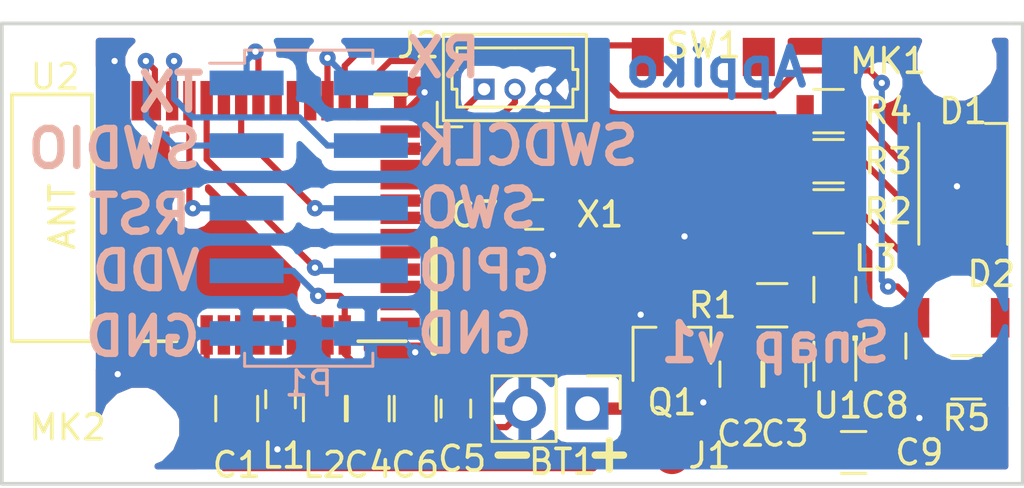
<source format=kicad_pcb>
(kicad_pcb (version 20170123) (host pcbnew no-vcs-found-8182369~60~ubuntu16.04.1)

  (general
    (thickness 1.6)
    (drawings 22)
    (tracks 272)
    (zones 0)
    (modules 30)
    (nets 51)
  )

  (page A4)
  (layers
    (0 F.Cu signal)
    (31 B.Cu signal)
    (32 B.Adhes user hide)
    (33 F.Adhes user hide)
    (34 B.Paste user hide)
    (35 F.Paste user hide)
    (36 B.SilkS user)
    (37 F.SilkS user)
    (38 B.Mask user)
    (39 F.Mask user)
    (40 Dwgs.User user hide)
    (41 Cmts.User user hide)
    (42 Eco1.User user hide)
    (43 Eco2.User user hide)
    (44 Edge.Cuts user)
    (45 Margin user hide)
    (46 B.CrtYd user hide)
    (47 F.CrtYd user hide)
    (48 B.Fab user hide)
    (49 F.Fab user hide)
  )

  (setup
    (last_trace_width 0.25)
    (trace_clearance 0.1998)
    (zone_clearance 0.508)
    (zone_45_only no)
    (trace_min 0.2032)
    (segment_width 0.1)
    (edge_width 0.15)
    (via_size 0.6604)
    (via_drill 0.254)
    (via_min_size 0.6604)
    (via_min_drill 0.254)
    (uvia_size 0.3)
    (uvia_drill 0.1)
    (uvias_allowed no)
    (uvia_min_size 0.2)
    (uvia_min_drill 0.1)
    (pcb_text_width 0.3)
    (pcb_text_size 1.5 1.5)
    (mod_edge_width 0.15)
    (mod_text_size 1 1)
    (mod_text_width 0.15)
    (pad_size 1.524 1.524)
    (pad_drill 0.762)
    (pad_to_mask_clearance 0.2)
    (aux_axis_origin 0 0)
    (grid_origin 42.164 65.786)
    (visible_elements FFFFFF7F)
    (pcbplotparams
      (layerselection 0x010f0_ffffffff)
      (usegerberextensions true)
      (usegerberattributes true)
      (usegerberadvancedattributes true)
      (creategerberjobfile true)
      (excludeedgelayer true)
      (linewidth 0.100000)
      (plotframeref false)
      (viasonmask false)
      (mode 1)
      (useauxorigin false)
      (hpglpennumber 1)
      (hpglpenspeed 20)
      (hpglpendiameter 15)
      (psnegative false)
      (psa4output false)
      (plotreference true)
      (plotvalue true)
      (plotinvisibletext false)
      (padsonsilk false)
      (subtractmaskfromsilk false)
      (outputformat 1)
      (mirror false)
      (drillshape 0)
      (scaleselection 1)
      (outputdirectory output/gerber/))
  )

  (net 0 "")
  (net 1 GND)
  (net 2 /DEC4)
  (net 3 "Net-(C2-Pad1)")
  (net 4 "Net-(C3-Pad1)")
  (net 5 VDD)
  (net 6 /LFCLK_XL1)
  (net 7 /LFCLK_XL2)
  (net 8 "Net-(D1-Pad4)")
  (net 9 /LED_SENSE)
  (net 10 "Net-(D1-Pad6)")
  (net 11 "Net-(D2-Pad2)")
  (net 12 "Net-(D2-Pad1)")
  (net 13 /FOCUS)
  (net 14 /TRIGGER)
  (net 15 "Net-(L1-Pad2)")
  (net 16 /DCC)
  (net 17 "Net-(L3-Pad2)")
  (net 18 /TX)
  (net 19 /RX)
  (net 20 /SWDIO)
  (net 21 /SWDCLK)
  (net 22 /RESET)
  (net 23 /GPIO1)
  (net 24 /GPIO2)
  (net 25 /LED_RED)
  (net 26 /LED_GREEN)
  (net 27 /LED_BLUE)
  (net 28 "Net-(SW1-Pad4)")
  (net 29 "Net-(SW1-Pad3)")
  (net 30 /REG_MODE)
  (net 31 "Net-(U2-Pad41)")
  (net 32 "Net-(U2-Pad40)")
  (net 33 "Net-(U2-Pad29)")
  (net 34 "Net-(U2-Pad28)")
  (net 35 "Net-(U2-Pad23)")
  (net 36 "Net-(U2-Pad16)")
  (net 37 "Net-(U2-Pad15)")
  (net 38 "Net-(U2-Pad8)")
  (net 39 "Net-(U2-Pad7)")
  (net 40 "Net-(U2-Pad6)")
  (net 41 "Net-(U2-Pad5)")
  (net 42 "Net-(U2-Pad2)")
  (net 43 "Net-(X1-Pad3)")
  (net 44 /VSUB)
  (net 45 /VBAT)
  (net 46 "Net-(U2-Pad30)")
  (net 47 "Net-(U2-Pad38)")
  (net 48 /BUTTON)
  (net 49 "Net-(U2-Pad4)")
  (net 50 "Net-(U2-Pad33)")

  (net_class Default "This is the default net class."
    (clearance 0.1998)
    (trace_width 0.25)
    (via_dia 0.6604)
    (via_drill 0.254)
    (uvia_dia 0.3)
    (uvia_drill 0.1)
    (add_net /BUTTON)
    (add_net /DCC)
    (add_net /DEC4)
    (add_net /FOCUS)
    (add_net /GPIO1)
    (add_net /GPIO2)
    (add_net /LED_BLUE)
    (add_net /LED_GREEN)
    (add_net /LED_RED)
    (add_net /LED_SENSE)
    (add_net /LFCLK_XL1)
    (add_net /LFCLK_XL2)
    (add_net /REG_MODE)
    (add_net /RESET)
    (add_net /RX)
    (add_net /SWDCLK)
    (add_net /SWDIO)
    (add_net /TRIGGER)
    (add_net /TX)
    (add_net /VSUB)
    (add_net GND)
    (add_net "Net-(C2-Pad1)")
    (add_net "Net-(C3-Pad1)")
    (add_net "Net-(D1-Pad4)")
    (add_net "Net-(D1-Pad6)")
    (add_net "Net-(D2-Pad1)")
    (add_net "Net-(D2-Pad2)")
    (add_net "Net-(L1-Pad2)")
    (add_net "Net-(L3-Pad2)")
    (add_net "Net-(SW1-Pad3)")
    (add_net "Net-(SW1-Pad4)")
    (add_net "Net-(U2-Pad15)")
    (add_net "Net-(U2-Pad16)")
    (add_net "Net-(U2-Pad2)")
    (add_net "Net-(U2-Pad23)")
    (add_net "Net-(U2-Pad28)")
    (add_net "Net-(U2-Pad29)")
    (add_net "Net-(U2-Pad30)")
    (add_net "Net-(U2-Pad33)")
    (add_net "Net-(U2-Pad38)")
    (add_net "Net-(U2-Pad4)")
    (add_net "Net-(U2-Pad40)")
    (add_net "Net-(U2-Pad41)")
    (add_net "Net-(U2-Pad5)")
    (add_net "Net-(U2-Pad6)")
    (add_net "Net-(U2-Pad7)")
    (add_net "Net-(U2-Pad8)")
    (add_net "Net-(X1-Pad3)")
    (add_net VDD)
  )

  (net_class Power ""
    (clearance 0.1998)
    (trace_width 0.5)
    (via_dia 0.6604)
    (via_drill 0.254)
    (uvia_dia 0.3)
    (uvia_drill 0.1)
    (diff_pair_gap 0.4)
    (diff_pair_width 0.3)
    (add_net /VBAT)
  )

  (module detect_trigger:IR26-21C-L110 (layer F.Cu) (tedit 59B844D7) (tstamp 59DE8831)
    (at 81.026 59.055)
    (path /59B1414A)
    (fp_text reference D2 (at 1.27 -1.778 180) (layer F.SilkS)
      (effects (font (size 1 1) (thickness 0.15)))
    )
    (fp_text value IR26-21C-L110-TR8 (at 0 -2.667) (layer F.Fab)
      (effects (font (size 1 1) (thickness 0.15)))
    )
    (pad 1 smd rect (at -1.625 0) (size 0.75 1.6) (layers F.Cu F.Paste F.Mask)
      (net 12 "Net-(D2-Pad1)"))
    (pad 2 smd rect (at 1.625 0) (size 0.75 1.6) (layers F.Cu F.Paste F.Mask)
      (net 11 "Net-(D2-Pad2)"))
    (pad "" np_thru_hole circle (at 0 0) (size 2.4 2.4) (drill 2.4) (layers *.Cu *.Mask))
  )

  (module Socket_Strips:Socket_Strip_Straight_2x05_Pitch2.54mm_SMD (layer B.Cu) (tedit 59B8400D) (tstamp 59E6FA4E)
    (at 54.61 54.61 180)
    (descr "surface-mounted straight socket strip, 2x05, 2.54mm pitch, double rows")
    (tags "Surface mounted socket strip SMD 2x05 2.54mm double row")
    (path /59B129FA)
    (attr smd)
    (fp_text reference P1 (at 0 -7.112 180) (layer B.SilkS)
      (effects (font (size 1 1) (thickness 0.15)) (justify mirror))
    )
    (fp_text value CONN_02X05 (at 0 -7.41 180) (layer B.Fab)
      (effects (font (size 1 1) (thickness 0.15)) (justify mirror))
    )
    (fp_line (start -2.54 6.35) (end -2.54 -6.35) (layer B.Fab) (width 0.1))
    (fp_line (start -2.54 -6.35) (end 2.54 -6.35) (layer B.Fab) (width 0.1))
    (fp_line (start 2.54 -6.35) (end 2.54 6.35) (layer B.Fab) (width 0.1))
    (fp_line (start 2.54 6.35) (end -2.54 6.35) (layer B.Fab) (width 0.1))
    (fp_line (start -2.54 5.4) (end -2.54 4.76) (layer B.Fab) (width 0.1))
    (fp_line (start -2.54 4.76) (end -3.92 4.76) (layer B.Fab) (width 0.1))
    (fp_line (start -3.92 4.76) (end -3.92 5.4) (layer B.Fab) (width 0.1))
    (fp_line (start -3.92 5.4) (end -2.54 5.4) (layer B.Fab) (width 0.1))
    (fp_line (start 2.54 5.4) (end 2.54 4.76) (layer B.Fab) (width 0.1))
    (fp_line (start 2.54 4.76) (end 3.92 4.76) (layer B.Fab) (width 0.1))
    (fp_line (start 3.92 4.76) (end 3.92 5.4) (layer B.Fab) (width 0.1))
    (fp_line (start 3.92 5.4) (end 2.54 5.4) (layer B.Fab) (width 0.1))
    (fp_line (start -2.54 2.86) (end -2.54 2.22) (layer B.Fab) (width 0.1))
    (fp_line (start -2.54 2.22) (end -3.92 2.22) (layer B.Fab) (width 0.1))
    (fp_line (start -3.92 2.22) (end -3.92 2.86) (layer B.Fab) (width 0.1))
    (fp_line (start -3.92 2.86) (end -2.54 2.86) (layer B.Fab) (width 0.1))
    (fp_line (start 2.54 2.86) (end 2.54 2.22) (layer B.Fab) (width 0.1))
    (fp_line (start 2.54 2.22) (end 3.92 2.22) (layer B.Fab) (width 0.1))
    (fp_line (start 3.92 2.22) (end 3.92 2.86) (layer B.Fab) (width 0.1))
    (fp_line (start 3.92 2.86) (end 2.54 2.86) (layer B.Fab) (width 0.1))
    (fp_line (start -2.54 0.32) (end -2.54 -0.32) (layer B.Fab) (width 0.1))
    (fp_line (start -2.54 -0.32) (end -3.92 -0.32) (layer B.Fab) (width 0.1))
    (fp_line (start -3.92 -0.32) (end -3.92 0.32) (layer B.Fab) (width 0.1))
    (fp_line (start -3.92 0.32) (end -2.54 0.32) (layer B.Fab) (width 0.1))
    (fp_line (start 2.54 0.32) (end 2.54 -0.32) (layer B.Fab) (width 0.1))
    (fp_line (start 2.54 -0.32) (end 3.92 -0.32) (layer B.Fab) (width 0.1))
    (fp_line (start 3.92 -0.32) (end 3.92 0.32) (layer B.Fab) (width 0.1))
    (fp_line (start 3.92 0.32) (end 2.54 0.32) (layer B.Fab) (width 0.1))
    (fp_line (start -2.54 -2.22) (end -2.54 -2.86) (layer B.Fab) (width 0.1))
    (fp_line (start -2.54 -2.86) (end -3.92 -2.86) (layer B.Fab) (width 0.1))
    (fp_line (start -3.92 -2.86) (end -3.92 -2.22) (layer B.Fab) (width 0.1))
    (fp_line (start -3.92 -2.22) (end -2.54 -2.22) (layer B.Fab) (width 0.1))
    (fp_line (start 2.54 -2.22) (end 2.54 -2.86) (layer B.Fab) (width 0.1))
    (fp_line (start 2.54 -2.86) (end 3.92 -2.86) (layer B.Fab) (width 0.1))
    (fp_line (start 3.92 -2.86) (end 3.92 -2.22) (layer B.Fab) (width 0.1))
    (fp_line (start 3.92 -2.22) (end 2.54 -2.22) (layer B.Fab) (width 0.1))
    (fp_line (start -2.54 -4.76) (end -2.54 -5.4) (layer B.Fab) (width 0.1))
    (fp_line (start -2.54 -5.4) (end -3.92 -5.4) (layer B.Fab) (width 0.1))
    (fp_line (start -3.92 -5.4) (end -3.92 -4.76) (layer B.Fab) (width 0.1))
    (fp_line (start -3.92 -4.76) (end -2.54 -4.76) (layer B.Fab) (width 0.1))
    (fp_line (start 2.54 -4.76) (end 2.54 -5.4) (layer B.Fab) (width 0.1))
    (fp_line (start 2.54 -5.4) (end 3.92 -5.4) (layer B.Fab) (width 0.1))
    (fp_line (start 3.92 -5.4) (end 3.92 -4.76) (layer B.Fab) (width 0.1))
    (fp_line (start 3.92 -4.76) (end 2.54 -4.76) (layer B.Fab) (width 0.1))
    (fp_line (start -2.6 5.88) (end -2.6 6.41) (layer B.SilkS) (width 0.12))
    (fp_line (start -2.6 6.41) (end 2.6 6.41) (layer B.SilkS) (width 0.12))
    (fp_line (start 2.6 6.41) (end 2.6 5.88) (layer B.SilkS) (width 0.12))
    (fp_line (start -2.6 -5.88) (end -2.6 -6.41) (layer B.SilkS) (width 0.12))
    (fp_line (start -2.6 -6.41) (end 2.6 -6.41) (layer B.SilkS) (width 0.12))
    (fp_line (start 2.6 -6.41) (end 2.6 -5.88) (layer B.SilkS) (width 0.12))
    (fp_line (start 4.02 5.88) (end 2.6 5.88) (layer B.SilkS) (width 0.12))
    (fp_line (start -4.55 6.85) (end -4.55 -6.85) (layer B.CrtYd) (width 0.05))
    (fp_line (start -4.55 -6.85) (end 4.55 -6.85) (layer B.CrtYd) (width 0.05))
    (fp_line (start 4.55 -6.85) (end 4.55 6.85) (layer B.CrtYd) (width 0.05))
    (fp_line (start 4.55 6.85) (end -4.55 6.85) (layer B.CrtYd) (width 0.05))
    (fp_text user %R (at 0 7.41 180) (layer B.Fab)
      (effects (font (size 1 1) (thickness 0.15)) (justify mirror))
    )
    (pad 1 smd rect (at 2.52 5.08 180) (size 3 1) (layers B.Cu B.Paste B.Mask)
      (net 18 /TX))
    (pad 2 smd rect (at -2.52 5.08 180) (size 3 1) (layers B.Cu B.Paste B.Mask)
      (net 19 /RX))
    (pad 3 smd rect (at 2.52 2.54 180) (size 3 1) (layers B.Cu B.Paste B.Mask)
      (net 20 /SWDIO))
    (pad 4 smd rect (at -2.52 2.54 180) (size 3 1) (layers B.Cu B.Paste B.Mask)
      (net 21 /SWDCLK))
    (pad 5 smd rect (at 2.52 0 180) (size 3 1) (layers B.Cu B.Paste B.Mask)
      (net 22 /RESET))
    (pad 6 smd rect (at -2.52 0 180) (size 3 1) (layers B.Cu B.Paste B.Mask)
      (net 23 /GPIO1))
    (pad 7 smd rect (at 2.52 -2.54 180) (size 3 1) (layers B.Cu B.Paste B.Mask)
      (net 5 VDD))
    (pad 8 smd rect (at -2.52 -2.54 180) (size 3 1) (layers B.Cu B.Paste B.Mask)
      (net 24 /GPIO2))
    (pad 9 smd rect (at 2.52 -5.08 180) (size 3 1) (layers B.Cu B.Paste B.Mask)
      (net 1 GND))
    (pad 10 smd rect (at -2.52 -5.08 180) (size 3 1) (layers B.Cu B.Paste B.Mask)
      (net 1 GND))
    (model ${KISYS3DMOD}/Socket_Strips.3dshapes/Socket_Strip_Straight_2x05_Pitch2.54mm_SMD.wrl
      (at (xyz 0 0 0))
      (scale (xyz 1 1 1))
      (rotate (xyz 0 0 0))
    )
  )

  (module Housings_SON:WSON6_1.5x1.5mm_Pitch0.5mm (layer F.Cu) (tedit 59B82202) (tstamp 59DE8923)
    (at 75.946 60.833 270)
    (descr "WSON6, http://www.ti.com/lit/ds/symlink/tlv702.pdf")
    (tags WSON6_1.5x1.5mm_Pitch0.5mm)
    (path /59B2D350)
    (attr smd)
    (fp_text reference U1 (at 1.778 -0.127) (layer F.SilkS)
      (effects (font (size 1 1) (thickness 0.15)))
    )
    (fp_text value TPS610986 (at 0 2 270) (layer F.Fab)
      (effects (font (size 1 1) (thickness 0.15)))
    )
    (fp_text user %R (at 0.005 0 270) (layer F.Fab)
      (effects (font (size 0.4 0.4) (thickness 0.05)))
    )
    (fp_line (start -0.945 -0.85) (end 0.755 -0.85) (layer F.SilkS) (width 0.12))
    (fp_line (start -0.795 0.85) (end 0.755 0.85) (layer F.SilkS) (width 0.12))
    (fp_line (start -0.495 -0.78) (end -0.775 -0.5) (layer F.Fab) (width 0.1))
    (fp_line (start 0.785 -0.78) (end -0.495 -0.78) (layer F.Fab) (width 0.1))
    (fp_line (start -0.775 -0.5) (end -0.775 0.78) (layer F.Fab) (width 0.1))
    (fp_line (start -0.775 0.78) (end 0.785 0.78) (layer F.Fab) (width 0.1))
    (fp_line (start 0.785 -0.78) (end 0.785 0.78) (layer F.Fab) (width 0.1))
    (fp_line (start 1.2 -1.02) (end 1.2 1.02) (layer F.CrtYd) (width 0.05))
    (fp_line (start 1.2 -1.02) (end -1.2 -1.02) (layer F.CrtYd) (width 0.05))
    (fp_line (start -1.2 1.02) (end 1.2 1.02) (layer F.CrtYd) (width 0.05))
    (fp_line (start -1.2 1.02) (end -1.2 -1.02) (layer F.CrtYd) (width 0.05))
    (pad 1 smd rect (at -0.525 -0.5 180) (size 0.28 0.85) (layers F.Cu F.Paste F.Mask)
      (net 5 VDD))
    (pad 2 smd rect (at -0.575 0 180) (size 0.28 0.75) (layers F.Cu F.Paste F.Mask)
      (net 17 "Net-(L3-Pad2)"))
    (pad 3 smd rect (at -0.575 0.5 180) (size 0.28 0.75) (layers F.Cu F.Paste F.Mask)
      (net 4 "Net-(C3-Pad1)"))
    (pad 4 smd rect (at 0.575 0.5 180) (size 0.28 0.75) (layers F.Cu F.Paste F.Mask)
      (net 30 /REG_MODE))
    (pad 5 smd rect (at 0.575 0 180) (size 0.28 0.75) (layers F.Cu F.Paste F.Mask)
      (net 44 /VSUB))
    (pad 6 smd rect (at 0.575 -0.5 180) (size 0.28 0.75) (layers F.Cu F.Paste F.Mask)
      (net 1 GND))
    (model ${KISYS3DMOD}/Housings_SON.3dshapes/WSON6_1.5x1.5mm_Pitch0.5mm.wrl
      (at (xyz 0.0001968504 0 0))
      (scale (xyz 1 1 1))
      (rotate (xyz 0 0 0))
    )
  )

  (module Capacitors_SMD:C_0805 (layer F.Cu) (tedit 59B81FE3) (tstamp 59DE878C)
    (at 51.689 62.738 270)
    (descr "Capacitor SMD 0805, reflow soldering, AVX (see smccp.pdf)")
    (tags "capacitor 0805")
    (path /59B129E9)
    (attr smd)
    (fp_text reference C1 (at 2.286 0) (layer F.SilkS)
      (effects (font (size 1 1) (thickness 0.15)))
    )
    (fp_text value 1u (at 0 1.75 270) (layer F.Fab)
      (effects (font (size 1 1) (thickness 0.15)))
    )
    (fp_text user %R (at 0 -1.5 270) (layer F.Fab)
      (effects (font (size 1 1) (thickness 0.15)))
    )
    (fp_line (start -1 0.62) (end -1 -0.62) (layer F.Fab) (width 0.1))
    (fp_line (start 1 0.62) (end -1 0.62) (layer F.Fab) (width 0.1))
    (fp_line (start 1 -0.62) (end 1 0.62) (layer F.Fab) (width 0.1))
    (fp_line (start -1 -0.62) (end 1 -0.62) (layer F.Fab) (width 0.1))
    (fp_line (start 0.5 -0.85) (end -0.5 -0.85) (layer F.SilkS) (width 0.12))
    (fp_line (start -0.5 0.85) (end 0.5 0.85) (layer F.SilkS) (width 0.12))
    (fp_line (start -1.75 -0.88) (end 1.75 -0.88) (layer F.CrtYd) (width 0.05))
    (fp_line (start -1.75 -0.88) (end -1.75 0.87) (layer F.CrtYd) (width 0.05))
    (fp_line (start 1.75 0.87) (end 1.75 -0.88) (layer F.CrtYd) (width 0.05))
    (fp_line (start 1.75 0.87) (end -1.75 0.87) (layer F.CrtYd) (width 0.05))
    (pad 1 smd rect (at -1 0 270) (size 1 1.25) (layers F.Cu F.Paste F.Mask)
      (net 2 /DEC4))
    (pad 2 smd rect (at 1 0 270) (size 1 1.25) (layers F.Cu F.Paste F.Mask)
      (net 1 GND))
    (model Capacitors_SMD.3dshapes/C_0805.wrl
      (at (xyz 0 0 0))
      (scale (xyz 1 1 1))
      (rotate (xyz 0 0 0))
    )
  )

  (module Capacitors_SMD:C_0805 (layer F.Cu) (tedit 59B824D5) (tstamp 59DE879D)
    (at 72.136 61.341 270)
    (descr "Capacitor SMD 0805, reflow soldering, AVX (see smccp.pdf)")
    (tags "capacitor 0805")
    (path /59B129DC)
    (attr smd)
    (fp_text reference C2 (at 2.413 0) (layer F.SilkS)
      (effects (font (size 1 1) (thickness 0.15)))
    )
    (fp_text value 10u (at 0 1.75 270) (layer F.Fab)
      (effects (font (size 1 1) (thickness 0.15)))
    )
    (fp_text user %R (at 0 -1.5 270) (layer F.Fab)
      (effects (font (size 1 1) (thickness 0.15)))
    )
    (fp_line (start -1 0.62) (end -1 -0.62) (layer F.Fab) (width 0.1))
    (fp_line (start 1 0.62) (end -1 0.62) (layer F.Fab) (width 0.1))
    (fp_line (start 1 -0.62) (end 1 0.62) (layer F.Fab) (width 0.1))
    (fp_line (start -1 -0.62) (end 1 -0.62) (layer F.Fab) (width 0.1))
    (fp_line (start 0.5 -0.85) (end -0.5 -0.85) (layer F.SilkS) (width 0.12))
    (fp_line (start -0.5 0.85) (end 0.5 0.85) (layer F.SilkS) (width 0.12))
    (fp_line (start -1.75 -0.88) (end 1.75 -0.88) (layer F.CrtYd) (width 0.05))
    (fp_line (start -1.75 -0.88) (end -1.75 0.87) (layer F.CrtYd) (width 0.05))
    (fp_line (start 1.75 0.87) (end 1.75 -0.88) (layer F.CrtYd) (width 0.05))
    (fp_line (start 1.75 0.87) (end -1.75 0.87) (layer F.CrtYd) (width 0.05))
    (pad 1 smd rect (at -1 0 270) (size 1 1.25) (layers F.Cu F.Paste F.Mask)
      (net 3 "Net-(C2-Pad1)"))
    (pad 2 smd rect (at 1 0 270) (size 1 1.25) (layers F.Cu F.Paste F.Mask)
      (net 1 GND))
    (model Capacitors_SMD.3dshapes/C_0805.wrl
      (at (xyz 0 0 0))
      (scale (xyz 1 1 1))
      (rotate (xyz 0 0 0))
    )
  )

  (module Capacitors_SMD:C_0805 (layer F.Cu) (tedit 59B82335) (tstamp 59DE87AE)
    (at 73.914 61.341 270)
    (descr "Capacitor SMD 0805, reflow soldering, AVX (see smccp.pdf)")
    (tags "capacitor 0805")
    (path /59B30656)
    (attr smd)
    (fp_text reference C3 (at 2.413 0 180) (layer F.SilkS)
      (effects (font (size 1 1) (thickness 0.15)))
    )
    (fp_text value 100n (at 0 1.75 270) (layer F.Fab)
      (effects (font (size 1 1) (thickness 0.15)))
    )
    (fp_line (start 1.75 0.87) (end -1.75 0.87) (layer F.CrtYd) (width 0.05))
    (fp_line (start 1.75 0.87) (end 1.75 -0.88) (layer F.CrtYd) (width 0.05))
    (fp_line (start -1.75 -0.88) (end -1.75 0.87) (layer F.CrtYd) (width 0.05))
    (fp_line (start -1.75 -0.88) (end 1.75 -0.88) (layer F.CrtYd) (width 0.05))
    (fp_line (start -0.5 0.85) (end 0.5 0.85) (layer F.SilkS) (width 0.12))
    (fp_line (start 0.5 -0.85) (end -0.5 -0.85) (layer F.SilkS) (width 0.12))
    (fp_line (start -1 -0.62) (end 1 -0.62) (layer F.Fab) (width 0.1))
    (fp_line (start 1 -0.62) (end 1 0.62) (layer F.Fab) (width 0.1))
    (fp_line (start 1 0.62) (end -1 0.62) (layer F.Fab) (width 0.1))
    (fp_line (start -1 0.62) (end -1 -0.62) (layer F.Fab) (width 0.1))
    (fp_text user %R (at 0 -1.5 270) (layer F.Fab)
      (effects (font (size 1 1) (thickness 0.15)))
    )
    (pad 2 smd rect (at 1 0 270) (size 1 1.25) (layers F.Cu F.Paste F.Mask)
      (net 1 GND))
    (pad 1 smd rect (at -1 0 270) (size 1 1.25) (layers F.Cu F.Paste F.Mask)
      (net 4 "Net-(C3-Pad1)"))
    (model Capacitors_SMD.3dshapes/C_0805.wrl
      (at (xyz 0 0 0))
      (scale (xyz 1 1 1))
      (rotate (xyz 0 0 0))
    )
  )

  (module Capacitors_SMD:C_0805 (layer F.Cu) (tedit 59B82070) (tstamp 59DE87BF)
    (at 57.023 62.738 270)
    (descr "Capacitor SMD 0805, reflow soldering, AVX (see smccp.pdf)")
    (tags "capacitor 0805")
    (path /59B129ED)
    (attr smd)
    (fp_text reference C4 (at 2.286 0) (layer F.SilkS)
      (effects (font (size 1 1) (thickness 0.15)))
    )
    (fp_text value 1u (at 0 1.75 270) (layer F.Fab)
      (effects (font (size 1 1) (thickness 0.15)))
    )
    (fp_text user %R (at 0 -1.5 270) (layer F.Fab)
      (effects (font (size 1 1) (thickness 0.15)))
    )
    (fp_line (start -1 0.62) (end -1 -0.62) (layer F.Fab) (width 0.1))
    (fp_line (start 1 0.62) (end -1 0.62) (layer F.Fab) (width 0.1))
    (fp_line (start 1 -0.62) (end 1 0.62) (layer F.Fab) (width 0.1))
    (fp_line (start -1 -0.62) (end 1 -0.62) (layer F.Fab) (width 0.1))
    (fp_line (start 0.5 -0.85) (end -0.5 -0.85) (layer F.SilkS) (width 0.12))
    (fp_line (start -0.5 0.85) (end 0.5 0.85) (layer F.SilkS) (width 0.12))
    (fp_line (start -1.75 -0.88) (end 1.75 -0.88) (layer F.CrtYd) (width 0.05))
    (fp_line (start -1.75 -0.88) (end -1.75 0.87) (layer F.CrtYd) (width 0.05))
    (fp_line (start 1.75 0.87) (end 1.75 -0.88) (layer F.CrtYd) (width 0.05))
    (fp_line (start 1.75 0.87) (end -1.75 0.87) (layer F.CrtYd) (width 0.05))
    (pad 1 smd rect (at -1 0 270) (size 1 1.25) (layers F.Cu F.Paste F.Mask)
      (net 5 VDD))
    (pad 2 smd rect (at 1 0 270) (size 1 1.25) (layers F.Cu F.Paste F.Mask)
      (net 1 GND))
    (model Capacitors_SMD.3dshapes/C_0805.wrl
      (at (xyz 0 0 0))
      (scale (xyz 1 1 1))
      (rotate (xyz 0 0 0))
    )
  )

  (module Capacitors_SMD:C_0805 (layer F.Cu) (tedit 59B8207D) (tstamp 59DE87E1)
    (at 58.928 62.738 270)
    (descr "Capacitor SMD 0805, reflow soldering, AVX (see smccp.pdf)")
    (tags "capacitor 0805")
    (path /59B129E7)
    (attr smd)
    (fp_text reference C6 (at 2.286 0) (layer F.SilkS)
      (effects (font (size 1 1) (thickness 0.15)))
    )
    (fp_text value 100n (at 0 1.75 270) (layer F.Fab)
      (effects (font (size 1 1) (thickness 0.15)))
    )
    (fp_line (start 1.75 0.87) (end -1.75 0.87) (layer F.CrtYd) (width 0.05))
    (fp_line (start 1.75 0.87) (end 1.75 -0.88) (layer F.CrtYd) (width 0.05))
    (fp_line (start -1.75 -0.88) (end -1.75 0.87) (layer F.CrtYd) (width 0.05))
    (fp_line (start -1.75 -0.88) (end 1.75 -0.88) (layer F.CrtYd) (width 0.05))
    (fp_line (start -0.5 0.85) (end 0.5 0.85) (layer F.SilkS) (width 0.12))
    (fp_line (start 0.5 -0.85) (end -0.5 -0.85) (layer F.SilkS) (width 0.12))
    (fp_line (start -1 -0.62) (end 1 -0.62) (layer F.Fab) (width 0.1))
    (fp_line (start 1 -0.62) (end 1 0.62) (layer F.Fab) (width 0.1))
    (fp_line (start 1 0.62) (end -1 0.62) (layer F.Fab) (width 0.1))
    (fp_line (start -1 0.62) (end -1 -0.62) (layer F.Fab) (width 0.1))
    (fp_text user %R (at 0 -1.5 270) (layer F.Fab)
      (effects (font (size 1 1) (thickness 0.15)))
    )
    (pad 2 smd rect (at 1 0 270) (size 1 1.25) (layers F.Cu F.Paste F.Mask)
      (net 1 GND))
    (pad 1 smd rect (at -1 0 270) (size 1 1.25) (layers F.Cu F.Paste F.Mask)
      (net 5 VDD))
    (model Capacitors_SMD.3dshapes/C_0805.wrl
      (at (xyz 0 0 0))
      (scale (xyz 1 1 1))
      (rotate (xyz 0 0 0))
    )
  )

  (module Capacitors_SMD:C_0805 (layer F.Cu) (tedit 59B82354) (tstamp 59DE8803)
    (at 77.978 60.198 270)
    (descr "Capacitor SMD 0805, reflow soldering, AVX (see smccp.pdf)")
    (tags "capacitor 0805")
    (path /59B310A9)
    (attr smd)
    (fp_text reference C8 (at 2.413 0) (layer F.SilkS)
      (effects (font (size 1 1) (thickness 0.15)))
    )
    (fp_text value 10u (at 0 1.75 270) (layer F.Fab)
      (effects (font (size 1 1) (thickness 0.15)))
    )
    (fp_text user %R (at 0 -1.5 270) (layer F.Fab)
      (effects (font (size 1 1) (thickness 0.15)))
    )
    (fp_line (start -1 0.62) (end -1 -0.62) (layer F.Fab) (width 0.1))
    (fp_line (start 1 0.62) (end -1 0.62) (layer F.Fab) (width 0.1))
    (fp_line (start 1 -0.62) (end 1 0.62) (layer F.Fab) (width 0.1))
    (fp_line (start -1 -0.62) (end 1 -0.62) (layer F.Fab) (width 0.1))
    (fp_line (start 0.5 -0.85) (end -0.5 -0.85) (layer F.SilkS) (width 0.12))
    (fp_line (start -0.5 0.85) (end 0.5 0.85) (layer F.SilkS) (width 0.12))
    (fp_line (start -1.75 -0.88) (end 1.75 -0.88) (layer F.CrtYd) (width 0.05))
    (fp_line (start -1.75 -0.88) (end -1.75 0.87) (layer F.CrtYd) (width 0.05))
    (fp_line (start 1.75 0.87) (end 1.75 -0.88) (layer F.CrtYd) (width 0.05))
    (fp_line (start 1.75 0.87) (end -1.75 0.87) (layer F.CrtYd) (width 0.05))
    (pad 1 smd rect (at -1 0 270) (size 1 1.25) (layers F.Cu F.Paste F.Mask)
      (net 5 VDD))
    (pad 2 smd rect (at 1 0 270) (size 1 1.25) (layers F.Cu F.Paste F.Mask)
      (net 1 GND))
    (model Capacitors_SMD.3dshapes/C_0805.wrl
      (at (xyz 0 0 0))
      (scale (xyz 1 1 1))
      (rotate (xyz 0 0 0))
    )
  )

  (module LEDs:LED_RGB_PLCC-6 (layer F.Cu) (tedit 59B82AE0) (tstamp 59DE882A)
    (at 81.153 53.721 270)
    (descr "RGB LED PLCC-6")
    (tags "RGB LED PLCC-6")
    (path /59B431F9)
    (attr smd)
    (fp_text reference D1 (at -3.048 0 180) (layer F.SilkS)
      (effects (font (size 1 1) (thickness 0.15)))
    )
    (fp_text value CLX6F-FKC (at 0 2.8 270) (layer F.Fab)
      (effects (font (size 1 1) (thickness 0.15)))
    )
    (fp_line (start -1.7 -1.1) (end -1.1 -1.7) (layer F.Fab) (width 0.1))
    (fp_line (start -1.7 -1.7) (end -1.7 1.7) (layer F.Fab) (width 0.1))
    (fp_line (start -1.7 1.7) (end 1.7 1.7) (layer F.Fab) (width 0.1))
    (fp_line (start 1.7 1.7) (end 1.7 -1.7) (layer F.Fab) (width 0.1))
    (fp_line (start 1.7 -1.7) (end -1.7 -1.7) (layer F.Fab) (width 0.1))
    (fp_line (start -2.55 -1.8) (end -2.55 -0.9) (layer F.SilkS) (width 0.12))
    (fp_line (start 2.65 -2) (end 2.65 2) (layer F.CrtYd) (width 0.05))
    (fp_line (start -2.75 -2) (end -2.75 2) (layer F.CrtYd) (width 0.05))
    (fp_line (start -2.75 2) (end 2.65 2) (layer F.CrtYd) (width 0.05))
    (fp_line (start -2.75 -2) (end 2.65 -2) (layer F.CrtYd) (width 0.05))
    (fp_line (start -2.55 1.8) (end 2.35 1.8) (layer F.SilkS) (width 0.12))
    (fp_line (start 2.35 -1.8) (end -2.55 -1.8) (layer F.SilkS) (width 0.12))
    (pad 1 smd rect (at -1.55 -1.1) (size 0.7 1.3) (layers F.Cu F.Paste F.Mask)
      (net 1 GND))
    (pad 2 smd rect (at -1.55 0) (size 0.7 1.3) (layers F.Cu F.Paste F.Mask)
      (net 1 GND))
    (pad 3 smd rect (at -1.55 1.1) (size 0.7 1.3) (layers F.Cu F.Paste F.Mask)
      (net 1 GND))
    (pad 4 smd rect (at 1.55 1.1) (size 0.7 1.3) (layers F.Cu F.Paste F.Mask)
      (net 8 "Net-(D1-Pad4)"))
    (pad 5 smd rect (at 1.55 0) (size 0.7 1.3) (layers F.Cu F.Paste F.Mask)
      (net 9 /LED_SENSE))
    (pad 6 smd rect (at 1.55 -1.1) (size 0.7 1.3) (layers F.Cu F.Paste F.Mask)
      (net 10 "Net-(D1-Pad6)"))
    (model ${KISYS3DMOD}/LEDs.3dshapes/LED_RGB_PLCC-6.wrl
      (at (xyz 0 0 0))
      (scale (xyz 1 1 1))
      (rotate (xyz 0 0 0))
    )
  )

  (module Measurement_Points:Measurement_Point_Round-SMD-Pad_Small (layer F.Cu) (tedit 59B8406F) (tstamp 59DE8837)
    (at 69.342 64.643)
    (descr "Mesurement Point, Round, SMD Pad, DM 1.5mm,")
    (tags "Mesurement Point Round SMD Pad 1.5mm")
    (path /59B2D947)
    (attr virtual)
    (fp_text reference J1 (at 1.524 0) (layer F.SilkS)
      (effects (font (size 1 1) (thickness 0.15)))
    )
    (fp_text value TP (at 0 2) (layer F.Fab)
      (effects (font (size 1 1) (thickness 0.15)))
    )
    (fp_circle (center 0 0) (end 1 0) (layer F.CrtYd) (width 0.05))
    (pad 1 smd circle (at 0 0) (size 1.5 1.5) (layers F.Cu F.Mask)
      (net 44 /VSUB))
  )

  (module Connectors_Molex:Molex_PicoBlade_53047-0310_03x1.25mm_Straight (layer F.Cu) (tedit 59B8211E) (tstamp 59DE885B)
    (at 61.722 49.784)
    (descr "Molex PicoBlade, single row, top entry type, through hole, PN:53047-0310")
    (tags "connector molex picoblade")
    (path /59B32B90)
    (fp_text reference J2 (at -2.667 -1.778) (layer F.SilkS)
      (effects (font (size 1 1) (thickness 0.15)))
    )
    (fp_text value Conn_01x03 (at 1.25 -3.25) (layer F.Fab)
      (effects (font (size 1 1) (thickness 0.15)))
    )
    (fp_line (start -2 -2.55) (end -2 1.6) (layer F.CrtYd) (width 0.05))
    (fp_line (start -2 1.6) (end 4.5 1.6) (layer F.CrtYd) (width 0.05))
    (fp_line (start 4.5 1.6) (end 4.5 -2.55) (layer F.CrtYd) (width 0.05))
    (fp_line (start 4.5 -2.55) (end -2 -2.55) (layer F.CrtYd) (width 0.05))
    (fp_line (start -1.5 -2.075) (end -1.5 1.125) (layer F.Fab) (width 0.1))
    (fp_line (start -1.5 1.125) (end 4 1.125) (layer F.Fab) (width 0.1))
    (fp_line (start 4 1.125) (end 4 -2.075) (layer F.Fab) (width 0.1))
    (fp_line (start 4 -2.075) (end -1.5 -2.075) (layer F.Fab) (width 0.1))
    (fp_line (start -1.65 -2.225) (end -1.65 1.275) (layer F.SilkS) (width 0.12))
    (fp_line (start -1.65 1.275) (end 4.15 1.275) (layer F.SilkS) (width 0.12))
    (fp_line (start 4.15 1.275) (end 4.15 -2.225) (layer F.SilkS) (width 0.12))
    (fp_line (start 4.15 -2.225) (end -1.65 -2.225) (layer F.SilkS) (width 0.12))
    (fp_line (start 1.25 0.725) (end -1.1 0.725) (layer F.SilkS) (width 0.12))
    (fp_line (start -1.1 0.725) (end -1.1 0) (layer F.SilkS) (width 0.12))
    (fp_line (start -1.1 0) (end -1.3 0) (layer F.SilkS) (width 0.12))
    (fp_line (start -1.3 0) (end -1.3 -0.8) (layer F.SilkS) (width 0.12))
    (fp_line (start -1.3 -0.8) (end -1.1 -0.8) (layer F.SilkS) (width 0.12))
    (fp_line (start -1.1 -0.8) (end -1.1 -1.675) (layer F.SilkS) (width 0.12))
    (fp_line (start -1.1 -1.675) (end 1.25 -1.675) (layer F.SilkS) (width 0.12))
    (fp_line (start 1.25 0.725) (end 3.6 0.725) (layer F.SilkS) (width 0.12))
    (fp_line (start 3.6 0.725) (end 3.6 0) (layer F.SilkS) (width 0.12))
    (fp_line (start 3.6 0) (end 3.8 0) (layer F.SilkS) (width 0.12))
    (fp_line (start 3.8 0) (end 3.8 -0.8) (layer F.SilkS) (width 0.12))
    (fp_line (start 3.8 -0.8) (end 3.6 -0.8) (layer F.SilkS) (width 0.12))
    (fp_line (start 3.6 -0.8) (end 3.6 -1.675) (layer F.SilkS) (width 0.12))
    (fp_line (start 3.6 -1.675) (end 1.25 -1.675) (layer F.SilkS) (width 0.12))
    (fp_line (start -1.9 1.525) (end -1.9 0.525) (layer F.SilkS) (width 0.12))
    (fp_line (start -1.9 1.525) (end -0.9 1.525) (layer F.SilkS) (width 0.12))
    (fp_text user %R (at 1.25 -1.25) (layer F.Fab)
      (effects (font (size 1 1) (thickness 0.15)))
    )
    (pad 1 thru_hole rect (at 0 0) (size 0.85 0.85) (drill 0.5) (layers *.Cu *.Mask)
      (net 13 /FOCUS))
    (pad 2 thru_hole circle (at 1.25 0) (size 0.85 0.85) (drill 0.5) (layers *.Cu *.Mask)
      (net 14 /TRIGGER))
    (pad 3 thru_hole circle (at 2.5 0) (size 0.85 0.85) (drill 0.5) (layers *.Cu *.Mask)
      (net 1 GND))
    (model ${KISYS3DMOD}/Connectors_Molex.3dshapes/Molex_PicoBlade_53047-0310_03x1.25mm_Straight.wrl
      (at (xyz 0 0 0))
      (scale (xyz 1 1 1))
      (rotate (xyz 0 0 0))
    )
  )

  (module Capacitors_SMD:C_0805 (layer F.Cu) (tedit 59B82002) (tstamp 59DE887D)
    (at 55.245 62.738 90)
    (descr "Capacitor SMD 0805, reflow soldering, AVX (see smccp.pdf)")
    (tags "capacitor 0805")
    (path /59B129EA)
    (attr smd)
    (fp_text reference L2 (at -2.286 0 180) (layer F.SilkS)
      (effects (font (size 1 1) (thickness 0.15)))
    )
    (fp_text value 10u (at 0 1.75 90) (layer F.Fab)
      (effects (font (size 1 1) (thickness 0.15)))
    )
    (fp_text user %R (at 0 -1.5 90) (layer F.Fab)
      (effects (font (size 1 1) (thickness 0.15)))
    )
    (fp_line (start -1 0.62) (end -1 -0.62) (layer F.Fab) (width 0.1))
    (fp_line (start 1 0.62) (end -1 0.62) (layer F.Fab) (width 0.1))
    (fp_line (start 1 -0.62) (end 1 0.62) (layer F.Fab) (width 0.1))
    (fp_line (start -1 -0.62) (end 1 -0.62) (layer F.Fab) (width 0.1))
    (fp_line (start 0.5 -0.85) (end -0.5 -0.85) (layer F.SilkS) (width 0.12))
    (fp_line (start -0.5 0.85) (end 0.5 0.85) (layer F.SilkS) (width 0.12))
    (fp_line (start -1.75 -0.88) (end 1.75 -0.88) (layer F.CrtYd) (width 0.05))
    (fp_line (start -1.75 -0.88) (end -1.75 0.87) (layer F.CrtYd) (width 0.05))
    (fp_line (start 1.75 0.87) (end 1.75 -0.88) (layer F.CrtYd) (width 0.05))
    (fp_line (start 1.75 0.87) (end -1.75 0.87) (layer F.CrtYd) (width 0.05))
    (pad 1 smd rect (at -1 0 90) (size 1 1.25) (layers F.Cu F.Paste F.Mask)
      (net 15 "Net-(L1-Pad2)"))
    (pad 2 smd rect (at 1 0 90) (size 1 1.25) (layers F.Cu F.Paste F.Mask)
      (net 16 /DCC))
    (model Capacitors_SMD.3dshapes/C_0805.wrl
      (at (xyz 0 0 0))
      (scale (xyz 1 1 1))
      (rotate (xyz 0 0 0))
    )
  )

  (module Capacitors_SMD:C_0805 (layer F.Cu) (tedit 59B82359) (tstamp 59DE888E)
    (at 75.946 57.912 270)
    (descr "Capacitor SMD 0805, reflow soldering, AVX (see smccp.pdf)")
    (tags "capacitor 0805")
    (path /59B2F99B)
    (attr smd)
    (fp_text reference L3 (at -1.27 -1.651) (layer F.SilkS)
      (effects (font (size 1 1) (thickness 0.15)))
    )
    (fp_text value 4.7u (at 0 1.75 270) (layer F.Fab)
      (effects (font (size 1 1) (thickness 0.15)))
    )
    (fp_line (start 1.75 0.87) (end -1.75 0.87) (layer F.CrtYd) (width 0.05))
    (fp_line (start 1.75 0.87) (end 1.75 -0.88) (layer F.CrtYd) (width 0.05))
    (fp_line (start -1.75 -0.88) (end -1.75 0.87) (layer F.CrtYd) (width 0.05))
    (fp_line (start -1.75 -0.88) (end 1.75 -0.88) (layer F.CrtYd) (width 0.05))
    (fp_line (start -0.5 0.85) (end 0.5 0.85) (layer F.SilkS) (width 0.12))
    (fp_line (start 0.5 -0.85) (end -0.5 -0.85) (layer F.SilkS) (width 0.12))
    (fp_line (start -1 -0.62) (end 1 -0.62) (layer F.Fab) (width 0.1))
    (fp_line (start 1 -0.62) (end 1 0.62) (layer F.Fab) (width 0.1))
    (fp_line (start 1 0.62) (end -1 0.62) (layer F.Fab) (width 0.1))
    (fp_line (start -1 0.62) (end -1 -0.62) (layer F.Fab) (width 0.1))
    (fp_text user %R (at 0 -1.5 270) (layer F.Fab)
      (effects (font (size 1 1) (thickness 0.15)))
    )
    (pad 2 smd rect (at 1 0 270) (size 1 1.25) (layers F.Cu F.Paste F.Mask)
      (net 17 "Net-(L3-Pad2)"))
    (pad 1 smd rect (at -1 0 270) (size 1 1.25) (layers F.Cu F.Paste F.Mask)
      (net 3 "Net-(C2-Pad1)"))
    (model Capacitors_SMD.3dshapes/C_0805.wrl
      (at (xyz 0 0 0))
      (scale (xyz 1 1 1))
      (rotate (xyz 0 0 0))
    )
  )

  (module detect_trigger:TSM2301 (layer F.Cu) (tedit 59B82525) (tstamp 59DE88B0)
    (at 69.342 60.198 90)
    (descr "SOT-23, Standard")
    (tags SOT-23)
    (path /59B129FE)
    (attr smd)
    (fp_text reference Q1 (at -2.286 0 180) (layer F.SilkS)
      (effects (font (size 1 1) (thickness 0.15)))
    )
    (fp_text value TSM2301 (at 0 2.5 90) (layer F.Fab)
      (effects (font (size 1 1) (thickness 0.15)))
    )
    (fp_line (start -0.7 -0.95) (end -0.7 1.5) (layer F.Fab) (width 0.1))
    (fp_line (start -0.15 -1.52) (end 0.7 -1.52) (layer F.Fab) (width 0.1))
    (fp_line (start -0.7 -0.95) (end -0.15 -1.52) (layer F.Fab) (width 0.1))
    (fp_line (start 0.7 -1.52) (end 0.7 1.52) (layer F.Fab) (width 0.1))
    (fp_line (start -0.7 1.52) (end 0.7 1.52) (layer F.Fab) (width 0.1))
    (fp_line (start 0.76 1.58) (end 0.76 0.65) (layer F.SilkS) (width 0.12))
    (fp_line (start 0.76 -1.58) (end 0.76 -0.65) (layer F.SilkS) (width 0.12))
    (fp_line (start -1.7 -1.75) (end 1.7 -1.75) (layer F.CrtYd) (width 0.05))
    (fp_line (start 1.7 -1.75) (end 1.7 1.75) (layer F.CrtYd) (width 0.05))
    (fp_line (start 1.7 1.75) (end -1.7 1.75) (layer F.CrtYd) (width 0.05))
    (fp_line (start -1.7 1.75) (end -1.7 -1.75) (layer F.CrtYd) (width 0.05))
    (fp_line (start 0.76 -1.58) (end -1.4 -1.58) (layer F.SilkS) (width 0.12))
    (fp_line (start 0.76 1.58) (end -0.7 1.58) (layer F.SilkS) (width 0.12))
    (pad 2 smd rect (at -1 -0.95 90) (size 0.9 0.8) (layers F.Cu F.Paste F.Mask)
      (net 1 GND))
    (pad 3 smd rect (at -1 0.95 90) (size 0.9 0.8) (layers F.Cu F.Paste F.Mask)
      (net 3 "Net-(C2-Pad1)"))
    (pad 1 smd rect (at 1 0 90) (size 0.9 0.8) (layers F.Cu F.Paste F.Mask)
      (net 45 /VBAT))
    (model TO_SOT_Packages_SMD.3dshapes/SOT-23.wrl
      (at (xyz 0 0 0))
      (scale (xyz 1 1 1))
      (rotate (xyz 0 0 90))
    )
  )

  (module Resistors_SMD:R_0805 (layer F.Cu) (tedit 59B82537) (tstamp 59DE88C1)
    (at 73.406 58.547)
    (descr "Resistor SMD 0805, reflow soldering, Vishay (see dcrcw.pdf)")
    (tags "resistor 0805")
    (path /59B2FB63)
    (attr smd)
    (fp_text reference R1 (at -2.413 0) (layer F.SilkS)
      (effects (font (size 1 1) (thickness 0.15)))
    )
    (fp_text value 400 (at 0 1.75) (layer F.Fab)
      (effects (font (size 1 1) (thickness 0.15)))
    )
    (fp_text user %R (at 0 0) (layer F.Fab)
      (effects (font (size 0.5 0.5) (thickness 0.075)))
    )
    (fp_line (start -1 0.62) (end -1 -0.62) (layer F.Fab) (width 0.1))
    (fp_line (start 1 0.62) (end -1 0.62) (layer F.Fab) (width 0.1))
    (fp_line (start 1 -0.62) (end 1 0.62) (layer F.Fab) (width 0.1))
    (fp_line (start -1 -0.62) (end 1 -0.62) (layer F.Fab) (width 0.1))
    (fp_line (start 0.6 0.88) (end -0.6 0.88) (layer F.SilkS) (width 0.12))
    (fp_line (start -0.6 -0.88) (end 0.6 -0.88) (layer F.SilkS) (width 0.12))
    (fp_line (start -1.55 -0.9) (end 1.55 -0.9) (layer F.CrtYd) (width 0.05))
    (fp_line (start -1.55 -0.9) (end -1.55 0.9) (layer F.CrtYd) (width 0.05))
    (fp_line (start 1.55 0.9) (end 1.55 -0.9) (layer F.CrtYd) (width 0.05))
    (fp_line (start 1.55 0.9) (end -1.55 0.9) (layer F.CrtYd) (width 0.05))
    (pad 1 smd rect (at -0.95 0) (size 0.7 1.3) (layers F.Cu F.Paste F.Mask)
      (net 3 "Net-(C2-Pad1)"))
    (pad 2 smd rect (at 0.95 0) (size 0.7 1.3) (layers F.Cu F.Paste F.Mask)
      (net 4 "Net-(C3-Pad1)"))
    (model ${KISYS3DMOD}/Resistors_SMD.3dshapes/R_0805.wrl
      (at (xyz 0 0 0))
      (scale (xyz 1 1 1))
      (rotate (xyz 0 0 0))
    )
  )

  (module Resistors_SMD:R_0805 (layer F.Cu) (tedit 59B8298D) (tstamp 59DE88D2)
    (at 75.692 54.737)
    (descr "Resistor SMD 0805, reflow soldering, Vishay (see dcrcw.pdf)")
    (tags "resistor 0805")
    (path /59B15F57)
    (attr smd)
    (fp_text reference R2 (at 2.413 0) (layer F.SilkS)
      (effects (font (size 1 1) (thickness 0.15)))
    )
    (fp_text value 82 (at 0 1.75) (layer F.Fab)
      (effects (font (size 1 1) (thickness 0.15)))
    )
    (fp_text user %R (at 0 0) (layer F.Fab)
      (effects (font (size 0.5 0.5) (thickness 0.075)))
    )
    (fp_line (start -1 0.62) (end -1 -0.62) (layer F.Fab) (width 0.1))
    (fp_line (start 1 0.62) (end -1 0.62) (layer F.Fab) (width 0.1))
    (fp_line (start 1 -0.62) (end 1 0.62) (layer F.Fab) (width 0.1))
    (fp_line (start -1 -0.62) (end 1 -0.62) (layer F.Fab) (width 0.1))
    (fp_line (start 0.6 0.88) (end -0.6 0.88) (layer F.SilkS) (width 0.12))
    (fp_line (start -0.6 -0.88) (end 0.6 -0.88) (layer F.SilkS) (width 0.12))
    (fp_line (start -1.55 -0.9) (end 1.55 -0.9) (layer F.CrtYd) (width 0.05))
    (fp_line (start -1.55 -0.9) (end -1.55 0.9) (layer F.CrtYd) (width 0.05))
    (fp_line (start 1.55 0.9) (end 1.55 -0.9) (layer F.CrtYd) (width 0.05))
    (fp_line (start 1.55 0.9) (end -1.55 0.9) (layer F.CrtYd) (width 0.05))
    (pad 1 smd rect (at -0.95 0) (size 0.7 1.3) (layers F.Cu F.Paste F.Mask)
      (net 25 /LED_RED))
    (pad 2 smd rect (at 0.95 0) (size 0.7 1.3) (layers F.Cu F.Paste F.Mask)
      (net 10 "Net-(D1-Pad6)"))
    (model ${KISYS3DMOD}/Resistors_SMD.3dshapes/R_0805.wrl
      (at (xyz 0 0 0))
      (scale (xyz 1 1 1))
      (rotate (xyz 0 0 0))
    )
  )

  (module Resistors_SMD:R_0805 (layer F.Cu) (tedit 59B82982) (tstamp 59DE88E3)
    (at 75.692 52.705)
    (descr "Resistor SMD 0805, reflow soldering, Vishay (see dcrcw.pdf)")
    (tags "resistor 0805")
    (path /59B16087)
    (attr smd)
    (fp_text reference R3 (at 2.413 0) (layer F.SilkS)
      (effects (font (size 1 1) (thickness 0.15)))
    )
    (fp_text value 68 (at 0 1.75) (layer F.Fab)
      (effects (font (size 1 1) (thickness 0.15)))
    )
    (fp_line (start 1.55 0.9) (end -1.55 0.9) (layer F.CrtYd) (width 0.05))
    (fp_line (start 1.55 0.9) (end 1.55 -0.9) (layer F.CrtYd) (width 0.05))
    (fp_line (start -1.55 -0.9) (end -1.55 0.9) (layer F.CrtYd) (width 0.05))
    (fp_line (start -1.55 -0.9) (end 1.55 -0.9) (layer F.CrtYd) (width 0.05))
    (fp_line (start -0.6 -0.88) (end 0.6 -0.88) (layer F.SilkS) (width 0.12))
    (fp_line (start 0.6 0.88) (end -0.6 0.88) (layer F.SilkS) (width 0.12))
    (fp_line (start -1 -0.62) (end 1 -0.62) (layer F.Fab) (width 0.1))
    (fp_line (start 1 -0.62) (end 1 0.62) (layer F.Fab) (width 0.1))
    (fp_line (start 1 0.62) (end -1 0.62) (layer F.Fab) (width 0.1))
    (fp_line (start -1 0.62) (end -1 -0.62) (layer F.Fab) (width 0.1))
    (fp_text user %R (at 0 0) (layer F.Fab)
      (effects (font (size 0.5 0.5) (thickness 0.075)))
    )
    (pad 2 smd rect (at 0.95 0) (size 0.7 1.3) (layers F.Cu F.Paste F.Mask)
      (net 9 /LED_SENSE))
    (pad 1 smd rect (at -0.95 0) (size 0.7 1.3) (layers F.Cu F.Paste F.Mask)
      (net 26 /LED_GREEN))
    (model ${KISYS3DMOD}/Resistors_SMD.3dshapes/R_0805.wrl
      (at (xyz 0 0 0))
      (scale (xyz 1 1 1))
      (rotate (xyz 0 0 0))
    )
  )

  (module Resistors_SMD:R_0805 (layer F.Cu) (tedit 59B82453) (tstamp 59DE88F4)
    (at 75.692 50.673)
    (descr "Resistor SMD 0805, reflow soldering, Vishay (see dcrcw.pdf)")
    (tags "resistor 0805")
    (path /59B160DD)
    (attr smd)
    (fp_text reference R4 (at 2.413 0) (layer F.SilkS)
      (effects (font (size 1 1) (thickness 0.15)))
    )
    (fp_text value 33 (at 0 1.75) (layer F.Fab)
      (effects (font (size 1 1) (thickness 0.15)))
    )
    (fp_text user %R (at 0 0) (layer F.Fab)
      (effects (font (size 0.5 0.5) (thickness 0.075)))
    )
    (fp_line (start -1 0.62) (end -1 -0.62) (layer F.Fab) (width 0.1))
    (fp_line (start 1 0.62) (end -1 0.62) (layer F.Fab) (width 0.1))
    (fp_line (start 1 -0.62) (end 1 0.62) (layer F.Fab) (width 0.1))
    (fp_line (start -1 -0.62) (end 1 -0.62) (layer F.Fab) (width 0.1))
    (fp_line (start 0.6 0.88) (end -0.6 0.88) (layer F.SilkS) (width 0.12))
    (fp_line (start -0.6 -0.88) (end 0.6 -0.88) (layer F.SilkS) (width 0.12))
    (fp_line (start -1.55 -0.9) (end 1.55 -0.9) (layer F.CrtYd) (width 0.05))
    (fp_line (start -1.55 -0.9) (end -1.55 0.9) (layer F.CrtYd) (width 0.05))
    (fp_line (start 1.55 0.9) (end 1.55 -0.9) (layer F.CrtYd) (width 0.05))
    (fp_line (start 1.55 0.9) (end -1.55 0.9) (layer F.CrtYd) (width 0.05))
    (pad 1 smd rect (at -0.95 0) (size 0.7 1.3) (layers F.Cu F.Paste F.Mask)
      (net 27 /LED_BLUE))
    (pad 2 smd rect (at 0.95 0) (size 0.7 1.3) (layers F.Cu F.Paste F.Mask)
      (net 8 "Net-(D1-Pad4)"))
    (model ${KISYS3DMOD}/Resistors_SMD.3dshapes/R_0805.wrl
      (at (xyz 0 0 0))
      (scale (xyz 1 1 1))
      (rotate (xyz 0 0 0))
    )
  )

  (module Resistors_SMD:R_0805 (layer F.Cu) (tedit 59B83A30) (tstamp 59DE8905)
    (at 81.28 61.468)
    (descr "Resistor SMD 0805, reflow soldering, Vishay (see dcrcw.pdf)")
    (tags "resistor 0805")
    (path /59B2AEC2)
    (attr smd)
    (fp_text reference R5 (at 0 1.651 180) (layer F.SilkS)
      (effects (font (size 1 1) (thickness 0.15)))
    )
    (fp_text value 130 (at 0 1.75) (layer F.Fab)
      (effects (font (size 1 1) (thickness 0.15)))
    )
    (fp_line (start 1.55 0.9) (end -1.55 0.9) (layer F.CrtYd) (width 0.05))
    (fp_line (start 1.55 0.9) (end 1.55 -0.9) (layer F.CrtYd) (width 0.05))
    (fp_line (start -1.55 -0.9) (end -1.55 0.9) (layer F.CrtYd) (width 0.05))
    (fp_line (start -1.55 -0.9) (end 1.55 -0.9) (layer F.CrtYd) (width 0.05))
    (fp_line (start -0.6 -0.88) (end 0.6 -0.88) (layer F.SilkS) (width 0.12))
    (fp_line (start 0.6 0.88) (end -0.6 0.88) (layer F.SilkS) (width 0.12))
    (fp_line (start -1 -0.62) (end 1 -0.62) (layer F.Fab) (width 0.1))
    (fp_line (start 1 -0.62) (end 1 0.62) (layer F.Fab) (width 0.1))
    (fp_line (start 1 0.62) (end -1 0.62) (layer F.Fab) (width 0.1))
    (fp_line (start -1 0.62) (end -1 -0.62) (layer F.Fab) (width 0.1))
    (fp_text user %R (at 0 0) (layer F.Fab)
      (effects (font (size 0.5 0.5) (thickness 0.075)))
    )
    (pad 2 smd rect (at 0.95 0) (size 0.7 1.3) (layers F.Cu F.Paste F.Mask)
      (net 11 "Net-(D2-Pad2)"))
    (pad 1 smd rect (at -0.95 0) (size 0.7 1.3) (layers F.Cu F.Paste F.Mask)
      (net 5 VDD))
    (model ${KISYS3DMOD}/Resistors_SMD.3dshapes/R_0805.wrl
      (at (xyz 0 0 0))
      (scale (xyz 1 1 1))
      (rotate (xyz 0 0 0))
    )
  )

  (module detect_trigger:SMD_tactile_button (layer F.Cu) (tedit 59B82DD5) (tstamp 59DE890D)
    (at 70.612 52.451 90)
    (path /59B423E6)
    (fp_text reference SW1 (at 4.445 0 180) (layer F.SilkS)
      (effects (font (size 1 1) (thickness 0.15)))
    )
    (fp_text value PTS645SM43SMTR92 (at 0 -4.445 90) (layer F.Fab)
      (effects (font (size 1 1) (thickness 0.15)))
    )
    (pad 4 smd rect (at 3.975 2.25 90) (size 1.55 1.3) (layers F.Cu F.Paste F.Mask)
      (net 28 "Net-(SW1-Pad4)"))
    (pad 2 smd rect (at 3.975 -2.25 90) (size 1.55 1.3) (layers F.Cu F.Paste F.Mask)
      (net 48 /BUTTON))
    (pad 3 smd rect (at -3.975 2.25 90) (size 1.55 1.3) (layers F.Cu F.Paste F.Mask)
      (net 29 "Net-(SW1-Pad3)"))
    (pad 1 smd rect (at -3.975 -2.25 90) (size 1.55 1.3) (layers F.Cu F.Paste F.Mask)
      (net 1 GND))
  )

  (module detect_trigger:mdbt42Q (layer F.Cu) (tedit 59B823E0) (tstamp 59DE8958)
    (at 52.07 55 90)
    (path /59B129CC)
    (fp_text reference U2 (at 5.724 -7.747 180) (layer F.SilkS)
      (effects (font (size 1 1) (thickness 0.125)))
    )
    (fp_text value MDBT42Q (at 0 -1 90) (layer F.Fab) hide
      (effects (font (size 1 1) (thickness 0.15)))
    )
    (fp_text user ANT (at 0.05 -7.45 90) (layer F.SilkS)
      (effects (font (size 1 1) (thickness 0.15)))
    )
    (fp_line (start 5 -6.25) (end -5 -6.25) (layer F.SilkS) (width 0.15))
    (fp_line (start -5 -9.5) (end 5 -9.5) (layer F.SilkS) (width 0.15))
    (fp_line (start -5.0038 -2.8194) (end -5.0038 -4.572) (layer F.SilkS) (width 0.15))
    (fp_line (start -5.0038 -9.4996) (end -5.0038 -6.2484) (layer F.SilkS) (width 0.15))
    (fp_line (start -5.0038 6.477) (end -5.0038 4.5466) (layer F.SilkS) (width 0.15))
    (fp_line (start 5.0038 6.5024) (end 5.0038 5.2324) (layer F.SilkS) (width 0.15))
    (fp_line (start 5.0038 -9.4996) (end 5.0038 -6.2484) (layer F.SilkS) (width 0.15))
    (pad 41 smd rect (at 2.9 -3.35 90) (size 1.2 0.5) (layers F.Cu F.Paste F.Mask)
      (net 31 "Net-(U2-Pad41)"))
    (pad 40 smd rect (at 2.9 -4.75 90) (size 1.2 0.5) (layers F.Cu F.Paste F.Mask)
      (net 32 "Net-(U2-Pad40)"))
    (pad 39 smd rect (at 4.75 -5.3 90) (size 1.6 0.9) (layers F.Cu F.Paste F.Mask)
      (net 1 GND))
    (pad 38 smd rect (at 4.75 -4.4 90) (size 1.6 0.5) (layers F.Cu F.Paste F.Mask)
      (net 47 "Net-(U2-Pad38)"))
    (pad 37 smd rect (at 4.75 -3.7 90) (size 1.6 0.5) (layers F.Cu F.Paste F.Mask)
      (net 20 /SWDIO))
    (pad 36 smd rect (at 4.75 -3 90) (size 1.6 0.5) (layers F.Cu F.Paste F.Mask)
      (net 21 /SWDCLK))
    (pad 35 smd rect (at 4.75 -2.3 90) (size 1.6 0.5) (layers F.Cu F.Paste F.Mask)
      (net 22 /RESET))
    (pad 34 smd rect (at 4.75 -1.6 90) (size 1.6 0.5) (layers F.Cu F.Paste F.Mask)
      (net 24 /GPIO2))
    (pad 33 smd rect (at 4.75 -0.9 90) (size 1.6 0.5) (layers F.Cu F.Paste F.Mask)
      (net 50 "Net-(U2-Pad33)"))
    (pad 32 smd rect (at 4.75 -0.2 90) (size 1.6 0.5) (layers F.Cu F.Paste F.Mask)
      (net 23 /GPIO1))
    (pad 31 smd rect (at 4.75 0.5 90) (size 1.6 0.5) (layers F.Cu F.Paste F.Mask)
      (net 18 /TX))
    (pad 30 smd rect (at 4.75 1.2 90) (size 1.6 0.5) (layers F.Cu F.Paste F.Mask)
      (net 46 "Net-(U2-Pad30)"))
    (pad 29 smd rect (at 4.75 1.9 90) (size 1.6 0.5) (layers F.Cu F.Paste F.Mask)
      (net 33 "Net-(U2-Pad29)"))
    (pad 28 smd rect (at 4.75 2.6 90) (size 1.6 0.5) (layers F.Cu F.Paste F.Mask)
      (net 34 "Net-(U2-Pad28)"))
    (pad 27 smd rect (at 4.75 3.3 90) (size 1.6 0.5) (layers F.Cu F.Paste F.Mask)
      (net 19 /RX))
    (pad 26 smd rect (at 4.75 4 90) (size 1.6 0.5) (layers F.Cu F.Paste F.Mask)
      (net 48 /BUTTON))
    (pad 25 smd rect (at 4.75 4.7 90) (size 1.6 0.5) (layers F.Cu F.Paste F.Mask)
      (net 12 "Net-(D2-Pad1)"))
    (pad 24 smd rect (at 4.2 6.25 90) (size 0.5 1.6) (layers F.Cu F.Paste F.Mask)
      (net 1 GND))
    (pad 23 smd rect (at 3.5 6.25 90) (size 0.5 1.6) (layers F.Cu F.Paste F.Mask)
      (net 35 "Net-(U2-Pad23)"))
    (pad 22 smd rect (at 2.8 6.25 90) (size 0.5 1.6) (layers F.Cu F.Paste F.Mask)
      (net 13 /FOCUS))
    (pad 21 smd rect (at 2.1 6.25 90) (size 0.5 1.6) (layers F.Cu F.Paste F.Mask)
      (net 14 /TRIGGER))
    (pad 20 smd rect (at 1.4 6.25 90) (size 0.5 1.6) (layers F.Cu F.Paste F.Mask)
      (net 27 /LED_BLUE))
    (pad 19 smd rect (at 0.7 6.25 90) (size 0.5 1.6) (layers F.Cu F.Paste F.Mask)
      (net 26 /LED_GREEN))
    (pad 18 smd rect (at 0 6.25 90) (size 0.5 1.6) (layers F.Cu F.Paste F.Mask)
      (net 9 /LED_SENSE))
    (pad 17 smd rect (at -0.7 6.25 90) (size 0.5 1.6) (layers F.Cu F.Paste F.Mask)
      (net 25 /LED_RED))
    (pad 16 smd rect (at -1.4 6.25 90) (size 0.5 1.6) (layers F.Cu F.Paste F.Mask)
      (net 36 "Net-(U2-Pad16)"))
    (pad 15 smd rect (at -2.1 6.25 90) (size 0.5 1.6) (layers F.Cu F.Paste F.Mask)
      (net 37 "Net-(U2-Pad15)"))
    (pad 14 smd rect (at -2.8 6.25 90) (size 0.5 1.6) (layers F.Cu F.Paste F.Mask)
      (net 7 /LFCLK_XL2))
    (pad 13 smd rect (at -3.5 6.25 90) (size 0.5 1.6) (layers F.Cu F.Paste F.Mask)
      (net 6 /LFCLK_XL1))
    (pad 11 smd rect (at -4.75 4 90) (size 1.6 0.5) (layers F.Cu F.Paste F.Mask)
      (net 5 VDD))
    (pad 10 smd rect (at -4.75 3.3 90) (size 1.6 0.5) (layers F.Cu F.Paste F.Mask)
      (net 16 /DCC))
    (pad 9 smd rect (at -4.75 2.6 90) (size 1.6 0.5) (layers F.Cu F.Paste F.Mask)
      (net 2 /DEC4))
    (pad 8 smd rect (at -4.75 1.9 90) (size 1.6 0.5) (layers F.Cu F.Paste F.Mask)
      (net 38 "Net-(U2-Pad8)"))
    (pad 7 smd rect (at -4.75 1.2 90) (size 1.6 0.5) (layers F.Cu F.Paste F.Mask)
      (net 39 "Net-(U2-Pad7)"))
    (pad 6 smd rect (at -4.75 0.5 90) (size 1.6 0.5) (layers F.Cu F.Paste F.Mask)
      (net 40 "Net-(U2-Pad6)"))
    (pad 5 smd rect (at -4.75 -0.2 90) (size 1.6 0.5) (layers F.Cu F.Paste F.Mask)
      (net 41 "Net-(U2-Pad5)"))
    (pad 4 smd rect (at -4.75 -0.9 90) (size 1.6 0.5) (layers F.Cu F.Paste F.Mask)
      (net 49 "Net-(U2-Pad4)"))
    (pad 3 smd rect (at -4.75 -1.6 90) (size 1.6 0.5) (layers F.Cu F.Paste F.Mask)
      (net 30 /REG_MODE))
    (pad 1 smd rect (at -4.75 -5.3 90) (size 1.6 0.9) (layers F.Cu F.Paste F.Mask)
      (net 1 GND))
    (pad 2 smd rect (at -4.75 -2.3 90) (size 1.6 0.5) (layers F.Cu F.Paste F.Mask)
      (net 42 "Net-(U2-Pad2)"))
    (pad 12 smd rect (at -4.3 6.25 90) (size 0.5 1.6) (layers F.Cu F.Paste F.Mask)
      (net 1 GND))
  )

  (module detect_trigger:ABS25-32.768 placed (layer F.Cu) (tedit 59B820E6) (tstamp 59DE8961)
    (at 63.754 58.166)
    (path /59B12A06)
    (fp_text reference X1 (at 2.667 -3.302) (layer F.SilkS)
      (effects (font (size 1 1) (thickness 0.15)))
    )
    (fp_text value ABS25 (at 0 -3.81) (layer F.Fab)
      (effects (font (size 1 1) (thickness 0.15)))
    )
    (fp_line (start -4.064 2.286) (end -4.064 -2.286) (layer F.SilkS) (width 0.3))
    (pad 2 smd rect (at -2.75 -1.6) (size 1.3 1.9) (layers F.Cu F.Paste F.Mask)
      (net 7 /LFCLK_XL2))
    (pad 1 smd rect (at -2.75 1.6) (size 1.3 1.9) (layers F.Cu F.Paste F.Mask)
      (net 6 /LFCLK_XL1))
    (pad 3 smd rect (at 2.75 1.6) (size 1.3 1.9) (layers F.Cu F.Paste F.Mask)
      (net 43 "Net-(X1-Pad3)"))
    (pad "" smd rect (at 2.75 -1.6) (size 1.3 1.9) (layers F.Cu F.Paste F.Mask))
  )

  (module Capacitors_SMD:C_0805 (layer F.Cu) (tedit 59B83A35) (tstamp 59EFC059)
    (at 76.708 64.516)
    (descr "Capacitor SMD 0805, reflow soldering, AVX (see smccp.pdf)")
    (tags "capacitor 0805")
    (path /59B346BB)
    (attr smd)
    (fp_text reference C9 (at 2.667 0) (layer F.SilkS)
      (effects (font (size 1 1) (thickness 0.15)))
    )
    (fp_text value 100n (at 0 1.75) (layer F.Fab)
      (effects (font (size 1 1) (thickness 0.15)))
    )
    (fp_text user %R (at 0 -1.5) (layer F.Fab)
      (effects (font (size 1 1) (thickness 0.15)))
    )
    (fp_line (start -1 0.62) (end -1 -0.62) (layer F.Fab) (width 0.1))
    (fp_line (start 1 0.62) (end -1 0.62) (layer F.Fab) (width 0.1))
    (fp_line (start 1 -0.62) (end 1 0.62) (layer F.Fab) (width 0.1))
    (fp_line (start -1 -0.62) (end 1 -0.62) (layer F.Fab) (width 0.1))
    (fp_line (start 0.5 -0.85) (end -0.5 -0.85) (layer F.SilkS) (width 0.12))
    (fp_line (start -0.5 0.85) (end 0.5 0.85) (layer F.SilkS) (width 0.12))
    (fp_line (start -1.75 -0.88) (end 1.75 -0.88) (layer F.CrtYd) (width 0.05))
    (fp_line (start -1.75 -0.88) (end -1.75 0.87) (layer F.CrtYd) (width 0.05))
    (fp_line (start 1.75 0.87) (end 1.75 -0.88) (layer F.CrtYd) (width 0.05))
    (fp_line (start 1.75 0.87) (end -1.75 0.87) (layer F.CrtYd) (width 0.05))
    (pad 1 smd rect (at -1 0) (size 1 1.25) (layers F.Cu F.Paste F.Mask)
      (net 44 /VSUB))
    (pad 2 smd rect (at 1 0) (size 1 1.25) (layers F.Cu F.Paste F.Mask)
      (net 1 GND))
    (model Capacitors_SMD.3dshapes/C_0805.wrl
      (at (xyz 0 0 0))
      (scale (xyz 1 1 1))
      (rotate (xyz 0 0 0))
    )
  )

  (module Pin_Headers:Pin_Header_Straight_1x02_Pitch2.54mm (layer F.Cu) (tedit 59B84078) (tstamp 59C2C744)
    (at 65.913 62.738 270)
    (descr "Through hole straight pin header, 1x02, 2.54mm pitch, single row")
    (tags "Through hole pin header THT 1x02 2.54mm single row")
    (path /59B2C2A4)
    (fp_text reference BT1 (at 2.159 1.016) (layer F.SilkS)
      (effects (font (size 1 1) (thickness 0.15)))
    )
    (fp_text value "AA battery" (at 0 4.87 270) (layer F.Fab)
      (effects (font (size 1 1) (thickness 0.15)))
    )
    (fp_line (start -0.635 -1.27) (end 1.27 -1.27) (layer F.Fab) (width 0.1))
    (fp_line (start 1.27 -1.27) (end 1.27 3.81) (layer F.Fab) (width 0.1))
    (fp_line (start 1.27 3.81) (end -1.27 3.81) (layer F.Fab) (width 0.1))
    (fp_line (start -1.27 3.81) (end -1.27 -0.635) (layer F.Fab) (width 0.1))
    (fp_line (start -1.27 -0.635) (end -0.635 -1.27) (layer F.Fab) (width 0.1))
    (fp_line (start -1.33 3.87) (end 1.33 3.87) (layer F.SilkS) (width 0.12))
    (fp_line (start -1.33 1.27) (end -1.33 3.87) (layer F.SilkS) (width 0.12))
    (fp_line (start 1.33 1.27) (end 1.33 3.87) (layer F.SilkS) (width 0.12))
    (fp_line (start -1.33 1.27) (end 1.33 1.27) (layer F.SilkS) (width 0.12))
    (fp_line (start -1.33 0) (end -1.33 -1.33) (layer F.SilkS) (width 0.12))
    (fp_line (start -1.33 -1.33) (end 0 -1.33) (layer F.SilkS) (width 0.12))
    (fp_line (start -1.8 -1.8) (end -1.8 4.35) (layer F.CrtYd) (width 0.05))
    (fp_line (start -1.8 4.35) (end 1.8 4.35) (layer F.CrtYd) (width 0.05))
    (fp_line (start 1.8 4.35) (end 1.8 -1.8) (layer F.CrtYd) (width 0.05))
    (fp_line (start 1.8 -1.8) (end -1.8 -1.8) (layer F.CrtYd) (width 0.05))
    (fp_text user %R (at 0 1.27) (layer F.Fab)
      (effects (font (size 1 1) (thickness 0.15)))
    )
    (pad 1 thru_hole rect (at 0 0 270) (size 1.7 1.7) (drill 1) (layers *.Cu *.Mask)
      (net 45 /VBAT))
    (pad 2 thru_hole oval (at 0 2.54 270) (size 1.7 1.7) (drill 1) (layers *.Cu *.Mask)
      (net 1 GND))
    (model ${KISYS3DMOD}/Pin_Headers.3dshapes/Pin_Header_Straight_1x02_Pitch2.54mm.wrl
      (at (xyz 0 0 0))
      (scale (xyz 1 1 1))
      (rotate (xyz 0 0 0))
    )
  )

  (module Capacitors_SMD:C_0603 (layer F.Cu) (tedit 59B8209E) (tstamp 59D44CE9)
    (at 60.579 62.738 270)
    (descr "Capacitor SMD 0603, reflow soldering, AVX (see smccp.pdf)")
    (tags "capacitor 0603")
    (path /59B129F3)
    (attr smd)
    (fp_text reference C5 (at 2.032 -0.254) (layer F.SilkS)
      (effects (font (size 1 1) (thickness 0.15)))
    )
    (fp_text value 8.2p (at 0 1.5 270) (layer F.Fab)
      (effects (font (size 1 1) (thickness 0.15)))
    )
    (fp_text user %R (at 0 0 270) (layer F.Fab)
      (effects (font (size 0.3 0.3) (thickness 0.075)))
    )
    (fp_line (start -0.8 0.4) (end -0.8 -0.4) (layer F.Fab) (width 0.1))
    (fp_line (start 0.8 0.4) (end -0.8 0.4) (layer F.Fab) (width 0.1))
    (fp_line (start 0.8 -0.4) (end 0.8 0.4) (layer F.Fab) (width 0.1))
    (fp_line (start -0.8 -0.4) (end 0.8 -0.4) (layer F.Fab) (width 0.1))
    (fp_line (start -0.35 -0.6) (end 0.35 -0.6) (layer F.SilkS) (width 0.12))
    (fp_line (start 0.35 0.6) (end -0.35 0.6) (layer F.SilkS) (width 0.12))
    (fp_line (start -1.4 -0.65) (end 1.4 -0.65) (layer F.CrtYd) (width 0.05))
    (fp_line (start -1.4 -0.65) (end -1.4 0.65) (layer F.CrtYd) (width 0.05))
    (fp_line (start 1.4 0.65) (end 1.4 -0.65) (layer F.CrtYd) (width 0.05))
    (fp_line (start 1.4 0.65) (end -1.4 0.65) (layer F.CrtYd) (width 0.05))
    (pad 1 smd rect (at -0.75 0 270) (size 0.8 0.75) (layers F.Cu F.Paste F.Mask)
      (net 6 /LFCLK_XL1))
    (pad 2 smd rect (at 0.75 0 270) (size 0.8 0.75) (layers F.Cu F.Paste F.Mask)
      (net 1 GND))
    (model Capacitors_SMD.3dshapes/C_0603.wrl
      (at (xyz 0 0 0))
      (scale (xyz 1 1 1))
      (rotate (xyz 0 0 0))
    )
  )

  (module Capacitors_SMD:C_0603 (layer F.Cu) (tedit 59B82110) (tstamp 59D44CF9)
    (at 63.754 54.864)
    (descr "Capacitor SMD 0603, reflow soldering, AVX (see smccp.pdf)")
    (tags "capacitor 0603")
    (path /59B129F4)
    (attr smd)
    (fp_text reference C7 (at -2.413 0) (layer F.SilkS)
      (effects (font (size 1 1) (thickness 0.15)))
    )
    (fp_text value 8.2p (at 0 1.5) (layer F.Fab)
      (effects (font (size 1 1) (thickness 0.15)))
    )
    (fp_line (start 1.4 0.65) (end -1.4 0.65) (layer F.CrtYd) (width 0.05))
    (fp_line (start 1.4 0.65) (end 1.4 -0.65) (layer F.CrtYd) (width 0.05))
    (fp_line (start -1.4 -0.65) (end -1.4 0.65) (layer F.CrtYd) (width 0.05))
    (fp_line (start -1.4 -0.65) (end 1.4 -0.65) (layer F.CrtYd) (width 0.05))
    (fp_line (start 0.35 0.6) (end -0.35 0.6) (layer F.SilkS) (width 0.12))
    (fp_line (start -0.35 -0.6) (end 0.35 -0.6) (layer F.SilkS) (width 0.12))
    (fp_line (start -0.8 -0.4) (end 0.8 -0.4) (layer F.Fab) (width 0.1))
    (fp_line (start 0.8 -0.4) (end 0.8 0.4) (layer F.Fab) (width 0.1))
    (fp_line (start 0.8 0.4) (end -0.8 0.4) (layer F.Fab) (width 0.1))
    (fp_line (start -0.8 0.4) (end -0.8 -0.4) (layer F.Fab) (width 0.1))
    (fp_text user %R (at 0 0) (layer F.Fab)
      (effects (font (size 0.3 0.3) (thickness 0.075)))
    )
    (pad 2 smd rect (at 0.75 0) (size 0.8 0.75) (layers F.Cu F.Paste F.Mask)
      (net 1 GND))
    (pad 1 smd rect (at -0.75 0) (size 0.8 0.75) (layers F.Cu F.Paste F.Mask)
      (net 7 /LFCLK_XL2))
    (model Capacitors_SMD.3dshapes/C_0603.wrl
      (at (xyz 0 0 0))
      (scale (xyz 1 1 1))
      (rotate (xyz 0 0 0))
    )
  )

  (module Capacitors_SMD:C_0603 (layer F.Cu) (tedit 59B82009) (tstamp 59D44D09)
    (at 53.467 62.357 270)
    (descr "Capacitor SMD 0603, reflow soldering, AVX (see smccp.pdf)")
    (tags "capacitor 0603")
    (path /59B129EB)
    (attr smd)
    (fp_text reference L1 (at 2.286 -0.127) (layer F.SilkS)
      (effects (font (size 1 1) (thickness 0.15)))
    )
    (fp_text value 15n (at 0 1.5 270) (layer F.Fab)
      (effects (font (size 1 1) (thickness 0.15)))
    )
    (fp_line (start 1.4 0.65) (end -1.4 0.65) (layer F.CrtYd) (width 0.05))
    (fp_line (start 1.4 0.65) (end 1.4 -0.65) (layer F.CrtYd) (width 0.05))
    (fp_line (start -1.4 -0.65) (end -1.4 0.65) (layer F.CrtYd) (width 0.05))
    (fp_line (start -1.4 -0.65) (end 1.4 -0.65) (layer F.CrtYd) (width 0.05))
    (fp_line (start 0.35 0.6) (end -0.35 0.6) (layer F.SilkS) (width 0.12))
    (fp_line (start -0.35 -0.6) (end 0.35 -0.6) (layer F.SilkS) (width 0.12))
    (fp_line (start -0.8 -0.4) (end 0.8 -0.4) (layer F.Fab) (width 0.1))
    (fp_line (start 0.8 -0.4) (end 0.8 0.4) (layer F.Fab) (width 0.1))
    (fp_line (start 0.8 0.4) (end -0.8 0.4) (layer F.Fab) (width 0.1))
    (fp_line (start -0.8 0.4) (end -0.8 -0.4) (layer F.Fab) (width 0.1))
    (fp_text user %R (at 0 0 270) (layer F.Fab)
      (effects (font (size 0.3 0.3) (thickness 0.075)))
    )
    (pad 2 smd rect (at 0.75 0 270) (size 0.8 0.75) (layers F.Cu F.Paste F.Mask)
      (net 15 "Net-(L1-Pad2)"))
    (pad 1 smd rect (at -0.75 0 270) (size 0.8 0.75) (layers F.Cu F.Paste F.Mask)
      (net 2 /DEC4))
    (model Capacitors_SMD.3dshapes/C_0603.wrl
      (at (xyz 0 0 0))
      (scale (xyz 1 1 1))
      (rotate (xyz 0 0 0))
    )
  )

  (module Mounting_Holes:MountingHole_2.2mm_M2 (layer F.Cu) (tedit 59B82FFA) (tstamp 59DD1B59)
    (at 80.899 48.641)
    (descr "Mounting Hole 2.2mm, no annular, M2")
    (tags "mounting hole 2.2mm no annular m2")
    (path /59B82C31)
    (fp_text reference MK1 (at -2.794 0) (layer F.SilkS)
      (effects (font (size 1 1) (thickness 0.15)))
    )
    (fp_text value Mounting_Hole (at 0 3.2) (layer F.Fab)
      (effects (font (size 1 1) (thickness 0.15)))
    )
    (fp_circle (center 0 0) (end 2.45 0) (layer F.CrtYd) (width 0.05))
    (fp_circle (center 0 0) (end 2.2 0) (layer Cmts.User) (width 0.15))
    (pad 1 np_thru_hole circle (at 0 0) (size 2.2 2.2) (drill 2.2) (layers *.Cu *.Mask))
  )

  (module Mounting_Holes:MountingHole_2.2mm_M2 (layer F.Cu) (tedit 59B82FF4) (tstamp 59DD1B60)
    (at 47.752 63.5)
    (descr "Mounting Hole 2.2mm, no annular, M2")
    (tags "mounting hole 2.2mm no annular m2")
    (path /59B82E06)
    (fp_text reference MK2 (at -2.921 0) (layer F.SilkS)
      (effects (font (size 1 1) (thickness 0.15)))
    )
    (fp_text value Mounting_Hole (at 0 3.2) (layer F.Fab)
      (effects (font (size 1 1) (thickness 0.15)))
    )
    (fp_circle (center 0 0) (end 2.2 0) (layer Cmts.User) (width 0.15))
    (fp_circle (center 0 0) (end 2.45 0) (layer F.CrtYd) (width 0.05))
    (pad 1 np_thru_hole circle (at 0 0) (size 2.2 2.2) (drill 2.2) (layers *.Cu *.Mask))
  )

  (gr_text "Snap v1\n" (at 73.533 60.071) (layer B.SilkS)
    (effects (font (size 1.5 1.5) (thickness 0.3)) (justify mirror))
  )
  (gr_line (start 83.566 65.786) (end 42.164 65.786) (angle 90) (layer Edge.Cuts) (width 0.15))
  (gr_line (start 83.566 47.117) (end 83.566 65.786) (angle 90) (layer Edge.Cuts) (width 0.15))
  (gr_line (start 42.164 65.786) (end 42.164 47.117) (angle 90) (layer Edge.Cuts) (width 0.15))
  (gr_text Appiko (at 71.12 48.895) (layer B.Cu)
    (effects (font (size 1.5 1.5) (thickness 0.3)) (justify mirror))
  )
  (gr_text RX (at 60.071 48.514) (layer B.SilkS) (tstamp 59DD4DF7)
    (effects (font (size 1.5 1.5) (thickness 0.3)) (justify mirror))
  )
  (gr_text GND (at 61.341 59.69) (layer B.SilkS) (tstamp 59DD4DF5)
    (effects (font (size 1.5 1.5) (thickness 0.3)) (justify mirror))
  )
  (gr_text GND (at 47.879 59.817) (layer B.SilkS) (tstamp 59DD4DEF)
    (effects (font (size 1.5 1.5) (thickness 0.3)) (justify mirror))
  )
  (gr_text GPIO (at 61.722 57.15) (layer B.SilkS) (tstamp 59DD4DE9)
    (effects (font (size 1.5 1.5) (thickness 0.3)) (justify mirror))
  )
  (gr_text VDD (at 48.006 57.15) (layer B.SilkS) (tstamp 59DD4DE2)
    (effects (font (size 1.5 1.5) (thickness 0.3)) (justify mirror))
  )
  (gr_text RST (at 47.752 54.864) (layer B.SilkS) (tstamp 59DD4DDC)
    (effects (font (size 1.5 1.5) (thickness 0.3)) (justify mirror))
  )
  (gr_text SWO (at 61.468 54.61) (layer B.SilkS) (tstamp 59DD4DD4)
    (effects (font (size 1.5 1.5) (thickness 0.3)) (justify mirror))
  )
  (gr_text SWDCLK (at 63.5 52.07) (layer B.SilkS) (tstamp 59DD4DCE)
    (effects (font (size 1.5 1.5) (thickness 0.3)) (justify mirror))
  )
  (gr_text SWDIO (at 46.736 52.197) (layer B.SilkS) (tstamp 59DD4DC6)
    (effects (font (size 1.5 1.5) (thickness 0.3)) (justify mirror))
  )
  (gr_text TX (at 49.022 49.911) (layer B.SilkS)
    (effects (font (size 1.5 1.5) (thickness 0.3)) (justify mirror))
  )
  (gr_text - (at 62.865 64.516) (layer F.SilkS)
    (effects (font (size 1.5 1.5) (thickness 0.3)) (justify mirror))
  )
  (gr_text + (at 66.802 64.516) (layer F.SilkS)
    (effects (font (size 1.5 1.5) (thickness 0.3)) (justify mirror))
  )
  (gr_line (start 76.708 59.817) (end 76.708 59.944) (angle 90) (layer F.SilkS) (width 0.1))
  (gr_line (start 76.835 59.817) (end 76.708 59.817) (angle 90) (layer F.SilkS) (width 0.1))
  (gr_line (start 76.835 59.944) (end 76.835 59.817) (angle 90) (layer F.SilkS) (width 0.1))
  (gr_line (start 83.058 47.117) (end 83.566 47.117) (angle 90) (layer Edge.Cuts) (width 0.15))
  (gr_line (start 83.058 47.117) (end 42.164 47.117) (angle 90) (layer Edge.Cuts) (width 0.15))

  (segment (start 79.375 58.039) (end 79.248 58.166) (width 0.25) (layer B.Cu) (net 1))
  (segment (start 79.248 58.166) (end 79.121 58.293) (width 0.25) (layer B.Cu) (net 1) (tstamp 59DD4E1C))
  (segment (start 79.121 58.293) (end 79.121 62.865) (width 0.25) (layer B.Cu) (net 1) (tstamp 59DD4E1D))
  (segment (start 79.121 62.865) (end 79.375 63.119) (width 0.25) (layer B.Cu) (net 1) (tstamp 59DD4E1E))
  (segment (start 58.928 60.452) (end 60.579 60.452) (width 0.25) (layer B.Cu) (net 1))
  (segment (start 60.579 60.452) (end 63.373 57.658) (width 0.25) (layer B.Cu) (net 1) (tstamp 59DD49C3))
  (segment (start 63.373 57.658) (end 63.373 57.785) (width 0.25) (layer B.Cu) (net 1) (tstamp 59DD49C5))
  (segment (start 59.309 49.911) (end 60.071 49.911) (width 0.25) (layer B.Cu) (net 1))
  (via (at 59.309 49.911) (size 0.6604) (drill 0.254) (layers F.Cu B.Cu) (net 1))
  (segment (start 58.42 50.8) (end 59.309 49.911) (width 0.25) (layer F.Cu) (net 1) (tstamp 59DD3B96) (status 400000))
  (segment (start 63.079 50.927) (end 64.222 49.784) (width 0.25) (layer B.Cu) (net 1) (tstamp 59DD49BF) (status 800000))
  (segment (start 61.087 50.927) (end 63.079 50.927) (width 0.25) (layer B.Cu) (net 1) (tstamp 59DD49BD))
  (segment (start 60.071 49.911) (end 61.087 50.927) (width 0.25) (layer B.Cu) (net 1) (tstamp 59DD49BC))
  (segment (start 64.516 56.515) (end 64.516 50.078) (width 0.25) (layer B.Cu) (net 1) (status 800000))
  (segment (start 64.516 50.078) (end 64.222 49.784) (width 0.25) (layer B.Cu) (net 1) (tstamp 59DD49B9) (status C00000))
  (segment (start 70.612 62.484) (end 78.74 62.484) (width 0.25) (layer B.Cu) (net 1))
  (segment (start 78.74 62.484) (end 79.375 63.119) (width 0.25) (layer B.Cu) (net 1) (tstamp 59DD49B6))
  (segment (start 80.899 53.721) (end 80.899 56.515) (width 0.25) (layer B.Cu) (net 1))
  (segment (start 80.899 56.515) (end 79.375 58.039) (width 0.25) (layer B.Cu) (net 1) (tstamp 59DD49AC))
  (segment (start 80.053 52.171) (end 80.053 52.875) (width 0.25) (layer F.Cu) (net 1) (status 400000))
  (via (at 80.899 53.721) (size 0.6604) (drill 0.254) (layers F.Cu B.Cu) (net 1))
  (segment (start 80.053 52.875) (end 80.899 53.721) (width 0.25) (layer F.Cu) (net 1) (tstamp 59DD49A7))
  (segment (start 79.375 63.119) (end 77.978 64.516) (width 0.25) (layer F.Cu) (net 1) (tstamp 59DD49B2) (status 800000))
  (via (at 79.375 63.119) (size 0.6604) (drill 0.254) (layers F.Cu B.Cu) (net 1))
  (segment (start 77.978 64.516) (end 77.708 64.516) (width 0.25) (layer F.Cu) (net 1) (tstamp 59DD49B3) (status C00000))
  (segment (start 80.053 52.171) (end 81.153 52.171) (width 0.25) (layer F.Cu) (net 1) (status C00000))
  (segment (start 81.153 52.171) (end 82.253 52.171) (width 0.25) (layer F.Cu) (net 1) (tstamp 59DD49A4) (status C00000))
  (segment (start 77.708 64.516) (end 77.708 61.468) (width 0.25) (layer F.Cu) (net 1) (status C00000))
  (segment (start 77.708 61.468) (end 77.978 61.198) (width 0.25) (layer F.Cu) (net 1) (tstamp 59DD49A1) (status C00000))
  (segment (start 76.446 61.408) (end 77.768 61.408) (width 0.25) (layer F.Cu) (net 1) (status C00000))
  (segment (start 77.768 61.408) (end 77.978 61.198) (width 0.25) (layer F.Cu) (net 1) (tstamp 59DD499E) (status C00000))
  (segment (start 70.612 62.484) (end 70.612 61.468) (width 0.25) (layer B.Cu) (net 1))
  (via (at 70.612 62.484) (size 0.6604) (drill 0.254) (layers F.Cu B.Cu) (net 1))
  (segment (start 71.993 62.484) (end 70.612 62.484) (width 0.25) (layer F.Cu) (net 1) (tstamp 59DD4995) (status 400000))
  (segment (start 70.612 61.468) (end 68.072 58.928) (width 0.25) (layer B.Cu) (net 1) (tstamp 59DD499A))
  (segment (start 73.914 62.341) (end 72.136 62.341) (width 0.25) (layer F.Cu) (net 1) (status C00000))
  (segment (start 72.136 62.341) (end 71.993 62.484) (width 0.25) (layer F.Cu) (net 1) (tstamp 59DD4994) (status C00000))
  (segment (start 63.373 62.738) (end 63.373 57.785) (width 0.25) (layer B.Cu) (net 1) (status 400000))
  (segment (start 63.373 57.785) (end 63.373 57.658) (width 0.25) (layer B.Cu) (net 1) (tstamp 59DD49C8))
  (segment (start 63.373 57.658) (end 64.516 56.515) (width 0.25) (layer B.Cu) (net 1) (tstamp 59DD4990))
  (segment (start 64.516 56.515) (end 65.659 56.515) (width 0.25) (layer B.Cu) (net 1))
  (segment (start 65.659 56.515) (end 68.072 58.928) (width 0.25) (layer B.Cu) (net 1) (tstamp 59DD498C))
  (segment (start 64.504 56.503) (end 64.516 56.515) (width 0.25) (layer F.Cu) (net 1) (tstamp 59DD3F41))
  (segment (start 64.504 54.864) (end 64.504 56.503) (width 0.25) (layer F.Cu) (net 1) (status 400000))
  (via (at 64.516 56.515) (size 0.6604) (drill 0.254) (layers F.Cu B.Cu) (net 1))
  (segment (start 68.072 58.928) (end 68.072 57.531) (width 0.25) (layer B.Cu) (net 1))
  (segment (start 68.072 57.531) (end 69.85 55.753) (width 0.25) (layer B.Cu) (net 1) (tstamp 59DD4988))
  (segment (start 69.177 56.426) (end 68.362 56.426) (width 0.25) (layer F.Cu) (net 1) (status 800000))
  (via (at 69.85 55.753) (size 0.6604) (drill 0.254) (layers F.Cu B.Cu) (net 1))
  (segment (start 69.177 56.426) (end 69.85 55.753) (width 0.25) (layer F.Cu) (net 1) (tstamp 59DD3F3B))
  (segment (start 68.392 61.198) (end 68.392 59.248) (width 0.25) (layer F.Cu) (net 1) (status 400000))
  (segment (start 68.392 59.248) (end 68.072 58.928) (width 0.25) (layer F.Cu) (net 1) (tstamp 59DD4982))
  (via (at 68.072 58.928) (size 0.6604) (drill 0.254) (layers F.Cu B.Cu) (net 1))
  (segment (start 68.072 58.928) (end 68.072 58.801) (width 0.25) (layer B.Cu) (net 1) (tstamp 59DD4985))
  (segment (start 53.34 64.389) (end 50.927 64.389) (width 0.25) (layer B.Cu) (net 1))
  (segment (start 52.689 63.738) (end 53.34 64.389) (width 0.25) (layer F.Cu) (net 1) (tstamp 59DD4965))
  (via (at 53.34 64.389) (size 0.6604) (drill 0.254) (layers F.Cu B.Cu) (net 1))
  (segment (start 51.689 63.738) (end 52.689 63.738) (width 0.25) (layer F.Cu) (net 1) (status 400000))
  (segment (start 50.927 64.389) (end 47.879 61.341) (width 0.25) (layer B.Cu) (net 1) (tstamp 59DD497E))
  (segment (start 58.32 59.3) (end 58.32 59.844) (width 0.25) (layer F.Cu) (net 1) (status 400000))
  (segment (start 58.928 60.452) (end 58.166 59.69) (width 0.25) (layer B.Cu) (net 1) (tstamp 59DD497A) (status 800020))
  (via (at 58.928 60.452) (size 0.6604) (drill 0.254) (layers F.Cu B.Cu) (net 1))
  (segment (start 58.32 59.844) (end 58.928 60.452) (width 0.25) (layer F.Cu) (net 1) (tstamp 59DD4978))
  (segment (start 58.166 59.69) (end 57.13 59.69) (width 0.25) (layer B.Cu) (net 1) (tstamp 59DD497B) (status C00030))
  (segment (start 46.77 59.75) (end 46.77 54.009) (width 0.25) (layer F.Cu) (net 1) (status 400000))
  (segment (start 46.482 53.721) (end 46.482 50.538) (width 0.25) (layer F.Cu) (net 1) (tstamp 59DD4974) (status 800000))
  (segment (start 46.77 54.009) (end 46.482 53.721) (width 0.25) (layer F.Cu) (net 1) (tstamp 59DD4973))
  (segment (start 46.482 50.538) (end 46.77 50.25) (width 0.25) (layer F.Cu) (net 1) (tstamp 59DD4975) (status C00000))
  (segment (start 60.579 63.488) (end 62.623 63.488) (width 0.25) (layer F.Cu) (net 1) (status 400000))
  (segment (start 62.623 63.488) (end 63.373 62.738) (width 0.25) (layer F.Cu) (net 1) (tstamp 59DD4957) (status 800000))
  (segment (start 57.023 63.738) (end 58.928 63.738) (width 0.25) (layer F.Cu) (net 1) (status C00000))
  (segment (start 58.928 63.738) (end 59.178 63.488) (width 0.25) (layer F.Cu) (net 1) (tstamp 59DD4953) (status C00000))
  (segment (start 59.178 63.488) (end 60.579 63.488) (width 0.25) (layer F.Cu) (net 1) (tstamp 59DD4954) (status C00000))
  (segment (start 57.13 59.69) (end 52.09 59.69) (width 0.25) (layer B.Cu) (net 1) (status C00030))
  (segment (start 52.09 59.69) (end 49.53 59.69) (width 0.25) (layer B.Cu) (net 1) (tstamp 59DD3EDD) (status 400010))
  (segment (start 49.53 59.69) (end 47.879 61.341) (width 0.25) (layer B.Cu) (net 1) (tstamp 59DD3EDE))
  (segment (start 47.879 61.341) (end 46.863 61.341) (width 0.25) (layer B.Cu) (net 1) (tstamp 59DD3EDF))
  (segment (start 46.77 50.25) (end 46.77 48.675) (width 0.25) (layer F.Cu) (net 1) (status 400000))
  (via (at 46.736 48.641) (size 0.6604) (drill 0.254) (layers F.Cu B.Cu) (net 1))
  (segment (start 46.77 48.675) (end 46.736 48.641) (width 0.25) (layer F.Cu) (net 1) (tstamp 59DD3B9A))
  (segment (start 58.32 50.8) (end 58.42 50.8) (width 0.25) (layer F.Cu) (net 1) (status C00000))
  (segment (start 46.77 59.75) (end 46.77 61.248) (width 0.25) (layer F.Cu) (net 1) (status 400000))
  (via (at 46.863 61.341) (size 0.6604) (drill 0.254) (layers F.Cu B.Cu) (net 1))
  (segment (start 46.77 61.248) (end 46.863 61.341) (width 0.25) (layer F.Cu) (net 1) (tstamp 59DD3B8C))
  (segment (start 51.689 61.738) (end 53.336 61.738) (width 0.25) (layer F.Cu) (net 2) (status C00000))
  (segment (start 53.336 61.738) (end 53.467 61.607) (width 0.25) (layer F.Cu) (net 2) (tstamp 59DD2632) (status C00000))
  (segment (start 54.67 59.75) (end 54.67 60.646) (width 0.25) (layer F.Cu) (net 2) (status 400000))
  (segment (start 54.67 60.646) (end 53.709 61.607) (width 0.25) (layer F.Cu) (net 2) (tstamp 59DD262E) (status 800000))
  (segment (start 53.709 61.607) (end 53.467 61.607) (width 0.25) (layer F.Cu) (net 2) (tstamp 59DD262F) (status C00000))
  (segment (start 53.578 61.738) (end 53.467 61.738) (width 0.25) (layer F.Cu) (net 2) (tstamp 59C2ED78) (status C00000))
  (segment (start 72.136 60.341) (end 71.149 60.341) (width 0.25) (layer F.Cu) (net 3) (status 400000))
  (segment (start 71.149 60.341) (end 70.292 61.198) (width 0.25) (layer F.Cu) (net 3) (tstamp 59DD264B) (status 800000))
  (segment (start 75.946 56.912) (end 74.406 56.912) (width 0.25) (layer F.Cu) (net 3) (status 400000))
  (segment (start 74.406 56.912) (end 72.771 58.547) (width 0.25) (layer F.Cu) (net 3) (tstamp 59C2F083) (status 800000))
  (segment (start 72.771 58.547) (end 72.456 58.547) (width 0.25) (layer F.Cu) (net 3) (tstamp 59C2F085) (status C00000))
  (segment (start 72.456 58.547) (end 72.456 60.021) (width 0.5) (layer F.Cu) (net 3) (status C00000))
  (segment (start 72.456 60.021) (end 72.136 60.341) (width 0.5) (layer F.Cu) (net 3) (tstamp 59C2F069) (status C00000))
  (segment (start 72.041 60.436) (end 72.136 60.341) (width 0.5) (layer F.Cu) (net 3) (tstamp 59C2F064) (status C00000))
  (segment (start 75.446 60.258) (end 73.997 60.258) (width 0.25) (layer F.Cu) (net 4) (status C00000))
  (segment (start 73.997 60.258) (end 73.914 60.341) (width 0.25) (layer F.Cu) (net 4) (tstamp 59C2F07E) (status C00000))
  (segment (start 74.356 58.547) (end 74.356 59.899) (width 0.5) (layer F.Cu) (net 4) (status C00000))
  (segment (start 74.356 59.899) (end 73.914 60.341) (width 0.5) (layer F.Cu) (net 4) (tstamp 59C2F06E) (status C00000))
  (segment (start 80.33 61.468) (end 80.01 61.468) (width 0.25) (layer F.Cu) (net 5) (status C00000))
  (segment (start 80.01 61.468) (end 77.978 59.436) (width 0.25) (layer F.Cu) (net 5) (tstamp 59DD494F) (status C00000))
  (segment (start 77.978 59.436) (end 77.978 59.198) (width 0.25) (layer F.Cu) (net 5) (tstamp 59DD4950) (status C00000))
  (segment (start 56.07 59.75) (end 56.07 58.356) (width 0.25) (layer F.Cu) (net 5) (status 400000))
  (via (at 54.991 58.166) (size 0.6604) (drill 0.254) (layers F.Cu B.Cu) (net 5))
  (segment (start 55.88 58.166) (end 54.991 58.166) (width 0.25) (layer F.Cu) (net 5) (tstamp 59DD3EEA))
  (segment (start 56.07 58.356) (end 55.88 58.166) (width 0.25) (layer F.Cu) (net 5) (tstamp 59DD3EE9))
  (segment (start 54.991 58.166) (end 55.118 58.166) (width 0.25) (layer B.Cu) (net 5) (tstamp 59DD3EED))
  (segment (start 52.09 57.15) (end 53.975 57.15) (width 0.25) (layer B.Cu) (net 5) (status 400010))
  (segment (start 53.975 57.15) (end 54.991 58.166) (width 0.25) (layer B.Cu) (net 5) (tstamp 59DD3EE3))
  (segment (start 63.004 54.864) (end 62.706 54.864) (width 0.25) (layer F.Cu) (net 7) (status C00000))
  (segment (start 62.706 54.864) (end 61.004 56.566) (width 0.25) (layer F.Cu) (net 7) (tstamp 59DD3F38) (status C00000))
  (segment (start 82.778 59.055) (end 82.778 60.92) (width 0.25) (layer F.Cu) (net 11) (status 400000))
  (segment (start 82.778 60.92) (end 82.23 61.468) (width 0.25) (layer F.Cu) (net 11) (tstamp 59DD494C) (status 800000))
  (segment (start 57.13 52.07) (end 55.372 52.07) (width 0.25) (layer B.Cu) (net 21) (status 400030))
  (segment (start 55.372 52.07) (end 54.229 50.927) (width 0.25) (layer B.Cu) (net 21) (tstamp 59DD3F15))
  (segment (start 49.07 48.72) (end 49.07 50.25) (width 0.25) (layer F.Cu) (net 21) (tstamp 59DD3F1C) (status 800000))
  (segment (start 49.149 48.641) (end 49.07 48.72) (width 0.25) (layer F.Cu) (net 21) (tstamp 59DD3F1B))
  (via (at 49.149 48.641) (size 0.6604) (drill 0.254) (layers F.Cu B.Cu) (net 21))
  (segment (start 49.149 50.165) (end 49.149 48.641) (width 0.25) (layer B.Cu) (net 21) (tstamp 59DD3F19))
  (segment (start 49.911 50.927) (end 49.149 50.165) (width 0.25) (layer B.Cu) (net 21) (tstamp 59DD3F18))
  (segment (start 54.229 50.927) (end 49.911 50.927) (width 0.25) (layer B.Cu) (net 21) (tstamp 59DD3F16))
  (segment (start 58.547 52.07) (end 57.13 52.07) (width 0.25) (layer B.Cu) (net 21) (tstamp 59DD3E48) (status C00030))
  (segment (start 66.294 58.166) (end 68.775802 58.166) (width 0.25) (layer F.Cu) (net 5))
  (segment (start 59.69 62.738) (end 61.341 62.738) (width 0.25) (layer F.Cu) (net 5) (tstamp 59DD3E33))
  (segment (start 61.341 62.738) (end 65.913 58.166) (width 0.25) (layer F.Cu) (net 5) (tstamp 59DD3E34))
  (segment (start 65.913 58.166) (end 66.294 58.166) (width 0.25) (layer F.Cu) (net 5) (tstamp 59DD3E35))
  (segment (start 58.928 61.976) (end 59.69 62.738) (width 0.25) (layer F.Cu) (net 5) (tstamp 59DD3E32) (status 400000))
  (segment (start 77.343 58.563) (end 77.978 59.198) (width 0.25) (layer F.Cu) (net 5) (tstamp 59DD3E40) (status 800000))
  (segment (start 77.343 56.388) (end 77.343 58.563) (width 0.25) (layer F.Cu) (net 5) (tstamp 59DD3E3F))
  (segment (start 76.835 55.88) (end 77.343 56.388) (width 0.25) (layer F.Cu) (net 5) (tstamp 59DD3E3E))
  (segment (start 74.295 55.88) (end 76.835 55.88) (width 0.25) (layer F.Cu) (net 5) (tstamp 59DD3E3D))
  (segment (start 73.601802 55.186802) (end 74.295 55.88) (width 0.25) (layer F.Cu) (net 5) (tstamp 59DD3E3C))
  (segment (start 71.755 55.186802) (end 73.601802 55.186802) (width 0.25) (layer F.Cu) (net 5) (tstamp 59DD3E3A))
  (segment (start 68.775802 58.166) (end 71.755 55.186802) (width 0.25) (layer F.Cu) (net 5) (tstamp 59DD3E38))
  (segment (start 58.928 61.738) (end 58.928 61.976) (width 0.25) (layer F.Cu) (net 5) (status C00000))
  (segment (start 57.023 61.738) (end 58.928 61.738) (width 0.25) (layer F.Cu) (net 5) (status C00000))
  (segment (start 56.07 59.75) (end 56.07 60.515) (width 0.25) (layer F.Cu) (net 5) (status C00000))
  (segment (start 56.07 60.515) (end 57.023 61.468) (width 0.25) (layer F.Cu) (net 5) (tstamp 59DD263C) (status C00000))
  (segment (start 57.023 61.468) (end 57.023 61.738) (width 0.25) (layer F.Cu) (net 5) (tstamp 59DD263D) (status C00000))
  (segment (start 76.446 60.308) (end 76.868 60.308) (width 0.25) (layer F.Cu) (net 5) (status 400000))
  (segment (start 76.868 60.308) (end 77.978 59.198) (width 0.25) (layer F.Cu) (net 5) (tstamp 59C2F088) (status 800000))
  (segment (start 60.579 61.738) (end 60.579 60.191) (width 0.25) (layer F.Cu) (net 6) (status C00000))
  (segment (start 60.579 60.191) (end 61.004 59.766) (width 0.25) (layer F.Cu) (net 6) (tstamp 59C2F04A) (status C00000))
  (segment (start 58.32 58.5) (end 59.738 58.5) (width 0.25) (layer F.Cu) (net 6) (status 400000))
  (segment (start 59.738 58.5) (end 61.004 59.766) (width 0.25) (layer F.Cu) (net 6) (tstamp 59C2F03E) (status 800000))
  (segment (start 58.32 57.8) (end 59.77 57.8) (width 0.25) (layer F.Cu) (net 7) (status 400000))
  (segment (start 59.77 57.8) (end 61.004 56.566) (width 0.25) (layer F.Cu) (net 7) (tstamp 59C2F043) (status 800000))
  (segment (start 76.642 50.673) (end 76.708 50.673) (width 0.25) (layer F.Cu) (net 8) (status C00030))
  (segment (start 76.708 50.673) (end 80.053 54.272) (width 0.25) (layer F.Cu) (net 8) (tstamp 59DD39CD) (status 400010))
  (segment (start 80.053 54.272) (end 80.053 55.271) (width 0.25) (layer F.Cu) (net 8) (tstamp 59DD39CE) (status 800000))
  (segment (start 76.642 52.705) (end 77.089 52.705) (width 0.25) (layer F.Cu) (net 9) (status 400010))
  (segment (start 80.518 56.388) (end 81.153 55.753) (width 0.25) (layer F.Cu) (net 9) (tstamp 59DD39D6) (status 800000))
  (segment (start 79.375 56.388) (end 80.518 56.388) (width 0.25) (layer F.Cu) (net 9) (tstamp 59DD39D5))
  (segment (start 78.994 56.007) (end 79.375 56.388) (width 0.25) (layer F.Cu) (net 9) (tstamp 59DD39D4))
  (segment (start 78.994 54.61) (end 78.994 56.007) (width 0.25) (layer F.Cu) (net 9) (tstamp 59DD39D2))
  (segment (start 77.089 52.705) (end 78.994 54.61) (width 0.25) (layer F.Cu) (net 9) (tstamp 59DD39D1))
  (segment (start 81.153 55.753) (end 81.153 55.271) (width 0.25) (layer F.Cu) (net 9) (tstamp 59DD39D7) (status C00000))
  (segment (start 58.32 55) (end 59.552884 55) (width 0.25) (layer F.Cu) (net 9) (status 400000))
  (segment (start 66.04 53.721) (end 65.913 53.594) (width 0.25) (layer F.Cu) (net 9) (tstamp 59DD3989))
  (segment (start 65.913 53.594) (end 62.288198 53.594) (width 0.25) (layer F.Cu) (net 9) (tstamp 59DD398A))
  (segment (start 62.288198 53.594) (end 61.214 54.668198) (width 0.25) (layer F.Cu) (net 9) (tstamp 59DD398B))
  (segment (start 61.214 54.668198) (end 60.579 54.668198) (width 0.25) (layer F.Cu) (net 9) (tstamp 59DD398D))
  (segment (start 75.438 53.721) (end 76.642 52.771) (width 0.25) (layer F.Cu) (net 9) (tstamp 59DD3979) (status 800020))
  (segment (start 75.438 53.721) (end 73.279 53.721) (width 0.25) (layer F.Cu) (net 9) (tstamp 59DD397A))
  (segment (start 73.279 53.721) (end 66.04 53.721) (width 0.25) (layer F.Cu) (net 9))
  (segment (start 59.884686 54.668198) (end 60.579 54.668198) (width 0.25) (layer F.Cu) (net 9) (tstamp 59DD3992))
  (segment (start 59.552884 55) (end 59.884686 54.668198) (width 0.25) (layer F.Cu) (net 9) (tstamp 59DD3991))
  (segment (start 76.642 52.705) (end 76.642 52.771) (width 0.25) (layer F.Cu) (net 9) (status C00030))
  (segment (start 82.253 55.271) (end 82.253 55.796) (width 0.25) (layer F.Cu) (net 10) (status C00000))
  (segment (start 82.253 55.796) (end 81.153 56.896) (width 0.25) (layer F.Cu) (net 10) (tstamp 59DD3B62) (status 400000))
  (segment (start 81.153 56.896) (end 79.121 56.896) (width 0.25) (layer F.Cu) (net 10) (tstamp 59DD3B63))
  (segment (start 79.121 56.896) (end 76.962 54.737) (width 0.25) (layer F.Cu) (net 10) (tstamp 59DD3B65))
  (segment (start 76.962 54.737) (end 76.642 54.737) (width 0.25) (layer F.Cu) (net 10) (tstamp 59DD3B66) (status 800020))
  (segment (start 79.528 59.055) (end 79.528 58.827) (width 0.25) (layer F.Cu) (net 12) (status C00000))
  (segment (start 79.528 58.827) (end 78.486 57.785) (width 0.25) (layer F.Cu) (net 12) (tstamp 59DD3B69) (status 400000))
  (segment (start 78.486 57.785) (end 78.105 57.785) (width 0.25) (layer F.Cu) (net 12) (tstamp 59DD3B6A))
  (via (at 78.105 57.785) (size 0.6604) (drill 0.254) (layers F.Cu B.Cu) (net 12))
  (segment (start 78.105 57.785) (end 77.851 57.531) (width 0.25) (layer B.Cu) (net 12) (tstamp 59DD3B6D))
  (segment (start 77.851 57.531) (end 77.851 49.53) (width 0.25) (layer B.Cu) (net 12) (tstamp 59DD3B6E))
  (via (at 77.851 49.53) (size 0.6604) (drill 0.254) (layers F.Cu B.Cu) (net 12))
  (segment (start 77.851 49.53) (end 77.343 49.022) (width 0.25) (layer F.Cu) (net 12) (tstamp 59DD3B71))
  (segment (start 77.343 49.022) (end 75.311 49.022) (width 0.25) (layer F.Cu) (net 12) (tstamp 59DD3B72))
  (segment (start 56.77 50.25) (end 56.77 49.783) (width 0.25) (layer F.Cu) (net 12) (status C00000))
  (segment (start 56.77 49.783) (end 57.912 48.641) (width 0.25) (layer F.Cu) (net 12) (tstamp 59DD39C1) (status 400000))
  (segment (start 57.912 48.641) (end 65.786 48.641) (width 0.25) (layer F.Cu) (net 12) (tstamp 59DD39C2))
  (segment (start 65.786 48.641) (end 67.183 50.038) (width 0.25) (layer F.Cu) (net 12) (tstamp 59DD39C4))
  (segment (start 67.183 50.038) (end 73.406 50.038) (width 0.25) (layer F.Cu) (net 12) (tstamp 59DD39C6))
  (segment (start 73.406 50.038) (end 74.422 49.022) (width 0.25) (layer F.Cu) (net 12) (tstamp 59DD39C8))
  (segment (start 74.422 49.022) (end 75.311 49.022) (width 0.25) (layer F.Cu) (net 12) (tstamp 59DD39C9))
  (segment (start 58.32 52.2) (end 59.306 52.2) (width 0.25) (layer F.Cu) (net 13) (status 400000))
  (segment (start 59.306 52.2) (end 61.722 49.784) (width 0.25) (layer F.Cu) (net 13) (tstamp 59DD39A5) (status 800000))
  (segment (start 62.972 49.784) (end 62.972 50.312) (width 0.25) (layer F.Cu) (net 14) (status 400000))
  (segment (start 60.384 52.9) (end 62.484 50.8) (width 0.25) (layer F.Cu) (net 14) (tstamp 59DD39AB))
  (segment (start 60.384 52.9) (end 58.32 52.9) (width 0.25) (layer F.Cu) (net 14) (status 800000))
  (segment (start 62.972 50.312) (end 62.484 50.8) (width 0.25) (layer F.Cu) (net 14) (tstamp 59DD39AF))
  (segment (start 55.245 63.738) (end 54.098 63.738) (width 0.25) (layer F.Cu) (net 15) (status 400000))
  (segment (start 54.098 63.738) (end 53.467 63.107) (width 0.25) (layer F.Cu) (net 15) (tstamp 59DD2636) (status 800000))
  (segment (start 55.37 59.75) (end 55.37 61.613) (width 0.25) (layer F.Cu) (net 16) (status C00000))
  (segment (start 55.37 61.613) (end 55.245 61.738) (width 0.25) (layer F.Cu) (net 16) (tstamp 59C2ED7C) (status C00000))
  (segment (start 75.946 60.258) (end 75.946 58.912) (width 0.25) (layer F.Cu) (net 17) (status C00000))
  (segment (start 52.09 49.53) (end 52.09 48.621) (width 0.25) (layer B.Cu) (net 18) (status 400010))
  (segment (start 52.57 48.379) (end 52.57 50.25) (width 0.25) (layer F.Cu) (net 18) (tstamp 59DD3EF5) (status 800000))
  (segment (start 52.451 48.26) (end 52.57 48.379) (width 0.25) (layer F.Cu) (net 18) (tstamp 59DD3EF4))
  (via (at 52.451 48.26) (size 0.6604) (drill 0.254) (layers F.Cu B.Cu) (net 18))
  (segment (start 52.09 48.621) (end 52.451 48.26) (width 0.25) (layer B.Cu) (net 18) (tstamp 59DD3EF1))
  (segment (start 55.37 50.25) (end 55.37 48.516) (width 0.25) (layer F.Cu) (net 19) (status 400000))
  (segment (start 55.372 48.514) (end 56.388 49.53) (width 0.25) (layer B.Cu) (net 19) (tstamp 59DD3EFC) (status 800020))
  (via (at 55.372 48.514) (size 0.6604) (drill 0.254) (layers F.Cu B.Cu) (net 19))
  (segment (start 55.37 48.516) (end 55.372 48.514) (width 0.25) (layer F.Cu) (net 19) (tstamp 59DD3EF9))
  (segment (start 56.388 49.53) (end 57.13 49.53) (width 0.25) (layer B.Cu) (net 19) (tstamp 59DD3EFD) (status C00030))
  (segment (start 48.37 50.25) (end 48.37 49.005) (width 0.25) (layer F.Cu) (net 20) (status 400000))
  (segment (start 49.149 52.07) (end 48.006 50.927) (width 0.25) (layer B.Cu) (net 20) (tstamp 59DD3F01))
  (segment (start 48.006 50.927) (end 48.006 48.641) (width 0.25) (layer B.Cu) (net 20) (tstamp 59DD3F02))
  (via (at 48.006 48.641) (size 0.6604) (drill 0.254) (layers F.Cu B.Cu) (net 20))
  (segment (start 49.149 52.07) (end 52.09 52.07) (width 0.25) (layer B.Cu) (net 20) (status 800020))
  (segment (start 48.37 49.005) (end 48.006 48.641) (width 0.25) (layer F.Cu) (net 20) (tstamp 59DD3F08))
  (segment (start 49.77 50.25) (end 49.77 54.469) (width 0.25) (layer F.Cu) (net 22) (status 400000))
  (segment (start 49.911 54.61) (end 52.09 54.61) (width 0.25) (layer B.Cu) (net 22) (tstamp 59DD3F22) (status 800020))
  (via (at 49.911 54.61) (size 0.6604) (drill 0.254) (layers F.Cu B.Cu) (net 22))
  (segment (start 49.77 54.469) (end 49.911 54.61) (width 0.25) (layer F.Cu) (net 22) (tstamp 59DD3F1F))
  (segment (start 51.87 50.25) (end 51.87 51.616) (width 0.25) (layer F.Cu) (net 23) (status 400000))
  (segment (start 54.864 54.61) (end 57.13 54.61) (width 0.25) (layer B.Cu) (net 23) (tstamp 59DD3F2C) (status 800020))
  (via (at 54.864 54.61) (size 0.6604) (drill 0.254) (layers F.Cu B.Cu) (net 23))
  (segment (start 51.87 51.616) (end 54.864 54.61) (width 0.25) (layer F.Cu) (net 23) (tstamp 59DD3F28))
  (segment (start 50.47 50.25) (end 50.47 52.629) (width 0.25) (layer F.Cu) (net 24) (status 400000))
  (segment (start 54.991 57.15) (end 57.13 57.15) (width 0.25) (layer B.Cu) (net 24) (tstamp 59DD3F35) (status 800020))
  (segment (start 54.864 57.023) (end 54.991 57.15) (width 0.25) (layer B.Cu) (net 24) (tstamp 59DD3F34))
  (via (at 54.864 57.023) (size 0.6604) (drill 0.254) (layers F.Cu B.Cu) (net 24))
  (segment (start 50.47 52.629) (end 54.864 57.023) (width 0.25) (layer F.Cu) (net 24) (tstamp 59DD3F30))
  (segment (start 74.742 54.737) (end 66.294 54.737) (width 0.25) (layer F.Cu) (net 25) (status 400010))
  (segment (start 59.489 55.7) (end 58.32 55.7) (width 0.25) (layer F.Cu) (net 25) (status 800000))
  (segment (start 60.071 55.118) (end 61.468 55.118) (width 0.25) (layer F.Cu) (net 25) (tstamp 59DD386E))
  (segment (start 59.489 55.7) (end 60.071 55.118) (width 0.25) (layer F.Cu) (net 25) (tstamp 59DD386D))
  (segment (start 62.484 54.102) (end 61.468 55.118) (width 0.25) (layer F.Cu) (net 25))
  (segment (start 65.659 54.102) (end 62.484 54.102) (width 0.25) (layer F.Cu) (net 25) (tstamp 59DD397E))
  (segment (start 66.294 54.737) (end 65.659 54.102) (width 0.25) (layer F.Cu) (net 25) (tstamp 59DD397D))
  (segment (start 62.484 53.144198) (end 74.048802 53.144198) (width 0.25) (layer F.Cu) (net 26))
  (segment (start 59.516488 54.3) (end 59.598092 54.218396) (width 0.25) (layer F.Cu) (net 26) (tstamp 59DD3995))
  (segment (start 59.598092 54.218396) (end 61.027686 54.218396) (width 0.25) (layer F.Cu) (net 26) (tstamp 59DD3996))
  (segment (start 61.027686 54.218396) (end 62.101884 53.144198) (width 0.25) (layer F.Cu) (net 26) (tstamp 59DD3997))
  (segment (start 62.101884 53.144198) (end 62.484 53.144198) (width 0.25) (layer F.Cu) (net 26) (tstamp 59DD3998))
  (segment (start 58.32 54.3) (end 59.516488 54.3) (width 0.25) (layer F.Cu) (net 26) (status 400000))
  (segment (start 74.048802 53.144198) (end 74.742 52.705) (width 0.25) (layer F.Cu) (net 26) (tstamp 59DD399B) (status 800020))
  (segment (start 58.32 53.6) (end 60.827 53.6) (width 0.25) (layer F.Cu) (net 27) (status 400000))
  (segment (start 72.583 52.578) (end 74.742 50.673) (width 0.25) (layer F.Cu) (net 27) (tstamp 59DD39A1) (status 800020))
  (segment (start 61.849 52.578) (end 72.583 52.578) (width 0.25) (layer F.Cu) (net 27) (tstamp 59DD399F))
  (segment (start 60.827 53.6) (end 61.849 52.578) (width 0.25) (layer F.Cu) (net 27) (tstamp 59DD399E))
  (segment (start 74.550942 50.864058) (end 74.742 50.673) (width 0.25) (layer F.Cu) (net 27) (tstamp 59DD3373) (status C00030))
  (segment (start 66.421 64.897) (end 66.167 65.151) (width 0.25) (layer F.Cu) (net 30))
  (segment (start 74.803 63.373) (end 75.446 62.73) (width 0.25) (layer F.Cu) (net 30) (tstamp 59DD3B88))
  (segment (start 75.446 61.408) (end 75.446 62.73) (width 0.25) (layer F.Cu) (net 30) (tstamp 59DD3B89) (status 400000))
  (segment (start 50.47 64.44) (end 50.47 59.75) (width 0.25) (layer F.Cu) (net 30) (status 800000))
  (segment (start 67.945 63.373) (end 71.882 63.373) (width 0.25) (layer F.Cu) (net 30) (tstamp 59DD3B84))
  (segment (start 66.421 64.897) (end 67.945 63.373) (width 0.25) (layer F.Cu) (net 30) (tstamp 59DD3B82))
  (segment (start 50.47 64.44) (end 50.927 64.897) (width 0.25) (layer F.Cu) (net 30) (tstamp 59DD3B80))
  (segment (start 71.882 63.373) (end 74.803 63.373) (width 0.25) (layer F.Cu) (net 30))
  (segment (start 51.181 65.151) (end 50.927 64.897) (width 0.25) (layer F.Cu) (net 30) (tstamp 59DD4970))
  (segment (start 66.167 65.151) (end 51.181 65.151) (width 0.25) (layer F.Cu) (net 30) (tstamp 59DD496F))
  (segment (start 69.342 64.643) (end 75.581 64.643) (width 0.25) (layer F.Cu) (net 44) (status C00000))
  (segment (start 75.581 64.643) (end 75.708 64.516) (width 0.25) (layer F.Cu) (net 44) (tstamp 59DD49D0) (status C00000))
  (segment (start 75.946 61.408) (end 75.946 64.278) (width 0.25) (layer F.Cu) (net 44) (status C00000))
  (segment (start 75.946 64.278) (end 75.708 64.516) (width 0.25) (layer F.Cu) (net 44) (tstamp 59DD264E) (status C00000))
  (segment (start 65.913 62.738) (end 68.707 62.738) (width 0.5) (layer F.Cu) (net 45) (status 400000))
  (segment (start 69.342 62.103) (end 69.342 59.198) (width 0.5) (layer F.Cu) (net 45) (tstamp 59DD2647) (status 800000))
  (segment (start 68.707 62.738) (end 69.342 62.103) (width 0.5) (layer F.Cu) (net 45) (tstamp 59DD2646))
  (segment (start 56.07 50.25) (end 56.07 48.832) (width 0.25) (layer F.Cu) (net 48) (status 400000))
  (segment (start 56.896 48.006) (end 67.892 48.006) (width 0.25) (layer F.Cu) (net 48) (tstamp 59DD39BD) (status 800000))
  (segment (start 56.07 48.832) (end 56.896 48.006) (width 0.25) (layer F.Cu) (net 48) (tstamp 59DD39BC))
  (segment (start 67.892 48.006) (end 68.362 48.476) (width 0.25) (layer F.Cu) (net 48) (tstamp 59DD39BE) (status C00000))

  (zone (net 1) (net_name GND) (layer F.Cu) (tstamp 59DD49CA) (hatch edge 0.508)
    (connect_pads (clearance 0.508))
    (min_thickness 0.254)
    (fill yes (arc_segments 16) (thermal_gap 0.508) (thermal_bridge_width 0.508))
    (polygon
      (pts
        (xy 83.058 65.405) (xy 45.974 65.405) (xy 45.974 47.498) (xy 83.058 47.498)
      )
    )
    (filled_polygon
      (pts
        (xy 46.19369 51.685) (xy 46.42256 51.685) (xy 46.42256 52.7) (xy 46.471843 52.947765) (xy 46.612191 53.157809)
        (xy 46.822235 53.298157) (xy 47.07 53.34744) (xy 47.57 53.34744) (xy 47.817765 53.298157) (xy 48.02 53.163027)
        (xy 48.222235 53.298157) (xy 48.47 53.34744) (xy 48.97 53.34744) (xy 49.01 53.339484) (xy 49.01 54.262962)
        (xy 48.945968 54.417168) (xy 48.945633 54.801148) (xy 49.092266 55.156027) (xy 49.363544 55.427779) (xy 49.718168 55.575032)
        (xy 50.102148 55.575367) (xy 50.457027 55.428734) (xy 50.728779 55.157456) (xy 50.876032 54.802832) (xy 50.876367 54.418852)
        (xy 50.729734 54.063973) (xy 50.53 53.86389) (xy 50.53 53.763802) (xy 53.898704 57.132506) (xy 53.898633 57.214148)
        (xy 54.045266 57.569027) (xy 54.150153 57.674097) (xy 54.025968 57.973168) (xy 54.025681 58.30256) (xy 53.72 58.30256)
        (xy 53.62 58.322451) (xy 53.52 58.30256) (xy 53.02 58.30256) (xy 52.92 58.322451) (xy 52.82 58.30256)
        (xy 52.32 58.30256) (xy 52.22 58.322451) (xy 52.12 58.30256) (xy 51.62 58.30256) (xy 51.52 58.322451)
        (xy 51.42 58.30256) (xy 50.92 58.30256) (xy 50.82 58.322451) (xy 50.72 58.30256) (xy 50.22 58.30256)
        (xy 50.12 58.322451) (xy 50.02 58.30256) (xy 49.52 58.30256) (xy 49.272235 58.351843) (xy 49.062191 58.492191)
        (xy 48.921843 58.702235) (xy 48.87256 58.95) (xy 48.87256 60.55) (xy 48.921843 60.797765) (xy 49.062191 61.007809)
        (xy 49.272235 61.148157) (xy 49.52 61.19744) (xy 49.71 61.19744) (xy 49.71 64.44) (xy 49.767852 64.730839)
        (xy 49.932599 64.977401) (xy 50.031198 65.076) (xy 48.481136 65.076) (xy 48.733515 64.971719) (xy 49.222004 64.484082)
        (xy 49.486699 63.846627) (xy 49.487301 63.156401) (xy 49.223719 62.518485) (xy 48.736082 62.029996) (xy 48.098627 61.765301)
        (xy 47.408401 61.764699) (xy 46.770485 62.028281) (xy 46.281996 62.515918) (xy 46.101 62.951804) (xy 46.101 61.146607)
        (xy 46.19369 61.185) (xy 46.48425 61.185) (xy 46.643 61.02625) (xy 46.643 59.877) (xy 46.897 59.877)
        (xy 46.897 61.02625) (xy 47.05575 61.185) (xy 47.34631 61.185) (xy 47.579699 61.088327) (xy 47.758327 60.909698)
        (xy 47.855 60.676309) (xy 47.855 60.03575) (xy 47.69625 59.877) (xy 46.897 59.877) (xy 46.643 59.877)
        (xy 46.623 59.877) (xy 46.623 59.623) (xy 46.643 59.623) (xy 46.643 58.47375) (xy 46.897 58.47375)
        (xy 46.897 59.623) (xy 47.69625 59.623) (xy 47.855 59.46425) (xy 47.855 58.823691) (xy 47.758327 58.590302)
        (xy 47.579699 58.411673) (xy 47.34631 58.315) (xy 47.05575 58.315) (xy 46.897 58.47375) (xy 46.643 58.47375)
        (xy 46.48425 58.315) (xy 46.19369 58.315) (xy 46.101 58.353393) (xy 46.101 51.646607)
      )
    )
    (filled_polygon
      (pts
        (xy 78.105 61.071) (xy 78.125 61.071) (xy 78.125 61.325) (xy 78.105 61.325) (xy 78.105 62.17425)
        (xy 78.26375 62.333) (xy 78.72931 62.333) (xy 78.962699 62.236327) (xy 79.141327 62.057698) (xy 79.238 61.824309)
        (xy 79.238 61.770802) (xy 79.33256 61.865362) (xy 79.33256 62.118) (xy 79.381843 62.365765) (xy 79.522191 62.575809)
        (xy 79.732235 62.716157) (xy 79.98 62.76544) (xy 80.68 62.76544) (xy 80.927765 62.716157) (xy 81.137809 62.575809)
        (xy 81.278157 62.365765) (xy 81.28 62.3565) (xy 81.281843 62.365765) (xy 81.422191 62.575809) (xy 81.632235 62.716157)
        (xy 81.88 62.76544) (xy 82.58 62.76544) (xy 82.827765 62.716157) (xy 82.856 62.697291) (xy 82.856 65.076)
        (xy 78.843 65.076) (xy 78.843 64.80175) (xy 78.68425 64.643) (xy 77.835 64.643) (xy 77.835 64.663)
        (xy 77.581 64.663) (xy 77.581 64.643) (xy 77.561 64.643) (xy 77.561 64.389) (xy 77.581 64.389)
        (xy 77.581 63.41475) (xy 77.835 63.41475) (xy 77.835 64.389) (xy 78.68425 64.389) (xy 78.843 64.23025)
        (xy 78.843 63.76469) (xy 78.746327 63.531301) (xy 78.567698 63.352673) (xy 78.334309 63.256) (xy 77.99375 63.256)
        (xy 77.835 63.41475) (xy 77.581 63.41475) (xy 77.42225 63.256) (xy 77.081691 63.256) (xy 76.848302 63.352673)
        (xy 76.706654 63.49432) (xy 76.706 63.493341) (xy 76.706 62.418) (xy 76.712309 62.418) (xy 76.945698 62.321327)
        (xy 77.019745 62.24728) (xy 77.22669 62.333) (xy 77.69225 62.333) (xy 77.851 62.17425) (xy 77.851 61.325)
        (xy 77.831 61.325) (xy 77.831 61.071) (xy 77.851 61.071) (xy 77.851 61.051) (xy 78.105 61.051)
      )
    )
    (filled_polygon
      (pts
        (xy 53.092 64.15444) (xy 53.439638 64.15444) (xy 53.560599 64.275401) (xy 53.733606 64.391) (xy 52.937944 64.391)
        (xy 52.949 64.364309) (xy 52.949 64.125996)
      )
    )
    (filled_polygon
      (pts
        (xy 63.5 62.611) (xy 63.52 62.611) (xy 63.52 62.865) (xy 63.5 62.865) (xy 63.5 64.058155)
        (xy 63.72989 64.179476) (xy 64.139924 64.009645) (xy 64.444261 63.732292) (xy 64.464843 63.835765) (xy 64.605191 64.045809)
        (xy 64.815235 64.186157) (xy 65.063 64.23544) (xy 66.007758 64.23544) (xy 65.852198 64.391) (xy 61.349026 64.391)
        (xy 61.492327 64.247698) (xy 61.589 64.014309) (xy 61.589 63.77375) (xy 61.43025 63.615) (xy 60.706 63.615)
        (xy 60.706 63.635) (xy 60.452 63.635) (xy 60.452 63.615) (xy 60.432 63.615) (xy 60.432 63.498)
        (xy 61.341 63.498) (xy 61.631839 63.440148) (xy 61.878401 63.275401) (xy 61.972224 63.181578) (xy 62.177817 63.619358)
        (xy 62.606076 64.009645) (xy 63.01611 64.179476) (xy 63.246 64.058155) (xy 63.246 62.865) (xy 63.226 62.865)
        (xy 63.226 62.611) (xy 63.246 62.611) (xy 63.246 62.591) (xy 63.5 62.591)
      )
    )
    (filled_polygon
      (pts
        (xy 51.816 63.611) (xy 51.836 63.611) (xy 51.836 63.865) (xy 51.816 63.865) (xy 51.816 63.885)
        (xy 51.562 63.885) (xy 51.562 63.865) (xy 51.542 63.865) (xy 51.542 63.611) (xy 51.562 63.611)
        (xy 51.562 63.591) (xy 51.816 63.591)
      )
    )
    (filled_polygon
      (pts
        (xy 57.15 63.611) (xy 58.801 63.611) (xy 58.801 63.591) (xy 59.055 63.591) (xy 59.055 63.611)
        (xy 59.075 63.611) (xy 59.075 63.865) (xy 59.055 63.865) (xy 59.055 63.885) (xy 58.801 63.885)
        (xy 58.801 63.865) (xy 57.15 63.865) (xy 57.15 63.885) (xy 56.896 63.885) (xy 56.896 63.865)
        (xy 56.876 63.865) (xy 56.876 63.611) (xy 56.896 63.611) (xy 56.896 63.591) (xy 57.15 63.591)
      )
    )
    (filled_polygon
      (pts
        (xy 72.263 62.214) (xy 73.787 62.214) (xy 73.787 62.194) (xy 74.041 62.194) (xy 74.041 62.214)
        (xy 74.061 62.214) (xy 74.061 62.468) (xy 74.041 62.468) (xy 74.041 62.488) (xy 73.787 62.488)
        (xy 73.787 62.468) (xy 72.263 62.468) (xy 72.263 62.488) (xy 72.009 62.488) (xy 72.009 62.468)
        (xy 71.03475 62.468) (xy 70.88975 62.613) (xy 70.045158 62.613) (xy 70.095975 62.536946) (xy 70.159634 62.441674)
        (xy 70.188722 62.29544) (xy 70.692 62.29544) (xy 70.939765 62.246157) (xy 71.015981 62.195231) (xy 71.03475 62.214)
        (xy 72.009 62.214) (xy 72.009 62.194) (xy 72.263 62.194)
      )
    )
    (filled_polygon
      (pts
        (xy 68.29456 59.648) (xy 68.343843 59.895765) (xy 68.457 60.065115) (xy 68.457 61.345) (xy 68.265 61.345)
        (xy 68.265 61.325) (xy 68.245 61.325) (xy 68.245 61.071) (xy 68.265 61.071) (xy 68.265 60.27175)
        (xy 68.10625 60.113) (xy 67.86569 60.113) (xy 67.80144 60.139613) (xy 67.80144 58.926) (xy 68.29456 58.926)
      )
    )
    (filled_polygon
      (pts
        (xy 64.651 54.991) (xy 64.631 54.991) (xy 64.631 55.71525) (xy 64.78975 55.874) (xy 65.030309 55.874)
        (xy 65.20656 55.800994) (xy 65.20656 57.516) (xy 65.253286 57.750912) (xy 62.30144 60.702758) (xy 62.30144 58.816)
        (xy 62.252157 58.568235) (xy 62.111809 58.358191) (xy 61.901765 58.217843) (xy 61.654 58.16856) (xy 60.481362 58.16856)
        (xy 60.478802 58.166) (xy 60.481362 58.16344) (xy 61.654 58.16344) (xy 61.901765 58.114157) (xy 62.111809 57.973809)
        (xy 62.252157 57.763765) (xy 62.30144 57.516) (xy 62.30144 56.343362) (xy 62.758362 55.88644) (xy 63.404 55.88644)
        (xy 63.651765 55.837157) (xy 63.743102 55.776127) (xy 63.744302 55.777327) (xy 63.977691 55.874) (xy 64.21825 55.874)
        (xy 64.377 55.71525) (xy 64.377 54.991) (xy 64.357 54.991) (xy 64.357 54.862) (xy 64.651 54.862)
      )
    )
    (filled_polygon
      (pts
        (xy 58.467 59.425) (xy 58.447 59.425) (xy 58.447 60.02625) (xy 58.60575 60.185) (xy 59.24631 60.185)
        (xy 59.479699 60.088327) (xy 59.658327 59.909698) (xy 59.70656 59.793253) (xy 59.70656 60.621105) (xy 59.553 60.59056)
        (xy 58.303 60.59056) (xy 58.055235 60.639843) (xy 57.9755 60.693121) (xy 57.895765 60.639843) (xy 57.648 60.59056)
        (xy 57.220362 60.59056) (xy 56.96744 60.337638) (xy 56.96744 59.875337) (xy 56.981673 59.909698) (xy 57.160301 60.088327)
        (xy 57.39369 60.185) (xy 58.03425 60.185) (xy 58.193 60.02625) (xy 58.193 59.425) (xy 58.173 59.425)
        (xy 58.173 59.39744) (xy 58.467 59.39744)
      )
    )
    (filled_polygon
      (pts
        (xy 68.489 56.299) (xy 68.509 56.299) (xy 68.509 56.553) (xy 68.489 56.553) (xy 68.489 56.573)
        (xy 68.235 56.573) (xy 68.235 56.553) (xy 68.215 56.553) (xy 68.215 56.299) (xy 68.235 56.299)
        (xy 68.235 56.279) (xy 68.489 56.279)
      )
    )
    (filled_polygon
      (pts
        (xy 69.568002 56.298998) (xy 69.488252 56.298998) (xy 69.647 56.14025) (xy 69.647 55.524691) (xy 69.63553 55.497)
        (xy 70.37 55.497)
      )
    )
    (filled_polygon
      (pts
        (xy 79.164301 48.294373) (xy 79.163699 48.984599) (xy 79.427281 49.622515) (xy 79.914918 50.111004) (xy 80.552373 50.375699)
        (xy 81.242599 50.376301) (xy 81.880515 50.112719) (xy 82.369004 49.625082) (xy 82.633699 48.987627) (xy 82.634301 48.297401)
        (xy 82.439935 47.827) (xy 82.856 47.827) (xy 82.856 50.938477) (xy 82.729309 50.886) (xy 82.53875 50.886)
        (xy 82.38 51.04475) (xy 82.38 52.044) (xy 82.4 52.044) (xy 82.4 52.298) (xy 82.38 52.298)
        (xy 82.38 53.29725) (xy 82.53875 53.456) (xy 82.729309 53.456) (xy 82.856 53.403523) (xy 82.856 54.026341)
        (xy 82.850765 54.022843) (xy 82.603 53.97356) (xy 81.903 53.97356) (xy 81.703 54.013342) (xy 81.503 53.97356)
        (xy 80.803 53.97356) (xy 80.755515 53.983005) (xy 80.755148 53.981161) (xy 80.68035 53.869217) (xy 80.609686 53.754602)
        (xy 80.245344 53.362594) (xy 80.33875 53.456) (xy 80.529309 53.456) (xy 80.603 53.425476) (xy 80.676691 53.456)
        (xy 80.86725 53.456) (xy 81.026 53.29725) (xy 81.026 52.976281) (xy 81.038 52.94731) (xy 81.038 52.45675)
        (xy 81.268 52.45675) (xy 81.268 52.94731) (xy 81.28 52.976281) (xy 81.28 53.29725) (xy 81.43875 53.456)
        (xy 81.629309 53.456) (xy 81.703 53.425476) (xy 81.776691 53.456) (xy 81.96725 53.456) (xy 82.126 53.29725)
        (xy 82.126 52.976281) (xy 82.138 52.94731) (xy 82.138 52.45675) (xy 82.126 52.44475) (xy 82.126 52.298)
        (xy 81.28 52.298) (xy 81.28 52.44475) (xy 81.268 52.45675) (xy 81.038 52.45675) (xy 81.026 52.44475)
        (xy 81.026 52.298) (xy 80.18 52.298) (xy 80.18 52.318) (xy 79.926 52.318) (xy 79.926 52.298)
        (xy 79.906 52.298) (xy 79.906 52.044) (xy 79.926 52.044) (xy 79.926 51.39469) (xy 80.168 51.39469)
        (xy 80.168 51.88525) (xy 80.18 51.89725) (xy 80.18 52.044) (xy 81.026 52.044) (xy 81.026 51.89725)
        (xy 81.038 51.88525) (xy 81.038 51.39469) (xy 81.268 51.39469) (xy 81.268 51.88525) (xy 81.28 51.89725)
        (xy 81.28 52.044) (xy 82.126 52.044) (xy 82.126 51.89725) (xy 82.138 51.88525) (xy 82.138 51.39469)
        (xy 82.126 51.365719) (xy 82.126 51.04475) (xy 81.96725 50.886) (xy 81.776691 50.886) (xy 81.703 50.916524)
        (xy 81.629309 50.886) (xy 81.43875 50.886) (xy 81.28 51.04475) (xy 81.28 51.365719) (xy 81.268 51.39469)
        (xy 81.038 51.39469) (xy 81.026 51.365719) (xy 81.026 51.04475) (xy 80.86725 50.886) (xy 80.676691 50.886)
        (xy 80.603 50.916524) (xy 80.529309 50.886) (xy 80.33875 50.886) (xy 80.18 51.04475) (xy 80.18 51.365719)
        (xy 80.168 51.39469) (xy 79.926 51.39469) (xy 79.926 51.04475) (xy 79.76725 50.886) (xy 79.576691 50.886)
        (xy 79.343302 50.982673) (xy 79.164673 51.161301) (xy 79.068 51.39469) (xy 79.068 51.88525) (xy 79.226748 52.043998)
        (xy 79.068 52.043998) (xy 79.068 52.095849) (xy 77.63944 50.558813) (xy 77.63944 50.487255) (xy 77.658168 50.495032)
        (xy 78.042148 50.495367) (xy 78.397027 50.348734) (xy 78.668779 50.077456) (xy 78.816032 49.722832) (xy 78.816367 49.338852)
        (xy 78.669734 48.983973) (xy 78.398456 48.712221) (xy 78.043832 48.564968) (xy 77.960697 48.564895) (xy 77.880401 48.484599)
        (xy 77.633839 48.319852) (xy 77.343 48.262) (xy 74.422 48.262) (xy 74.15944 48.314227) (xy 74.15944 47.827)
        (xy 79.358372 47.827)
      )
    )
    (filled_polygon
      (pts
        (xy 66.645599 50.575401) (xy 66.89216 50.740148) (xy 67.183 50.798) (xy 73.406 50.798) (xy 73.464924 50.786279)
        (xy 72.295641 51.818) (xy 62.540802 51.818) (xy 63.509401 50.849401) (xy 63.674148 50.60284) (xy 63.675988 50.593588)
        (xy 63.693887 50.72695) (xy 64.094939 50.857272) (xy 64.515334 50.824199) (xy 64.750113 50.72695) (xy 64.777948 50.519553)
        (xy 64.222 49.963605) (xy 64.207858 49.977748) (xy 64.031985 49.801875) (xy 64.031992 49.794403) (xy 64.042395 49.784)
        (xy 64.03201 49.773615) (xy 64.032017 49.766093) (xy 64.207858 49.590253) (xy 64.222 49.604395) (xy 64.236143 49.590253)
        (xy 64.415748 49.769858) (xy 64.401605 49.784) (xy 64.957553 50.339948) (xy 65.16495 50.312113) (xy 65.295272 49.911061)
        (xy 65.262199 49.490666) (xy 65.225058 49.401) (xy 65.471198 49.401)
      )
    )
    (filled_polygon
      (pts
        (xy 60.64956 49.781638) (xy 59.755 50.676198) (xy 59.755 50.672998) (xy 59.598252 50.672998) (xy 59.755 50.51625)
        (xy 59.755 50.423691) (xy 59.658327 50.190302) (xy 59.479699 50.011673) (xy 59.24631 49.915) (xy 58.60575 49.915)
        (xy 58.447 50.07375) (xy 58.447 50.60256) (xy 58.193 50.60256) (xy 58.193 50.07375) (xy 58.03425 49.915)
        (xy 57.712802 49.915) (xy 58.226802 49.401) (xy 60.64956 49.401)
      )
    )
    (filled_polygon
      (pts
        (xy 47.188221 48.093544) (xy 47.040968 48.448168) (xy 47.040635 48.830115) (xy 46.897 48.97375) (xy 46.897 49.089755)
        (xy 46.821843 49.202235) (xy 46.77256 49.45) (xy 46.77256 50.397) (xy 46.643 50.397) (xy 46.643 50.377)
        (xy 46.623 50.377) (xy 46.623 50.123) (xy 46.643 50.123) (xy 46.643 48.97375) (xy 46.48425 48.815)
        (xy 46.19369 48.815) (xy 46.101 48.853393) (xy 46.101 47.827) (xy 47.455231 47.827)
      )
    )
  )
  (zone (net 1) (net_name GND) (layer B.Cu) (tstamp 59DD49CB) (hatch edge 0.508)
    (connect_pads (clearance 0.508))
    (min_thickness 0.254)
    (fill yes (arc_segments 16) (thermal_gap 0.508) (thermal_bridge_width 0.508))
    (polygon
      (pts
        (xy 83.058 65.405) (xy 45.974 65.405) (xy 45.974 47.498) (xy 83.058 47.498)
      )
    )
    (filled_polygon
      (pts
        (xy 47.188221 48.093544) (xy 47.040968 48.448168) (xy 47.040633 48.832148) (xy 47.187266 49.187027) (xy 47.246 49.245864)
        (xy 47.246 50.927) (xy 47.303852 51.217839) (xy 47.468599 51.464401) (xy 48.611599 52.607401) (xy 48.858161 52.772148)
        (xy 49.149 52.83) (xy 50.000018 52.83) (xy 50.132191 53.027809) (xy 50.342235 53.168157) (xy 50.59 53.21744)
        (xy 53.59 53.21744) (xy 53.837765 53.168157) (xy 54.047809 53.027809) (xy 54.188157 52.817765) (xy 54.23744 52.57)
        (xy 54.23744 52.010242) (xy 54.834599 52.607401) (xy 55.013819 52.727152) (xy 55.031843 52.817765) (xy 55.172191 53.027809)
        (xy 55.382235 53.168157) (xy 55.63 53.21744) (xy 58.63 53.21744) (xy 58.877765 53.168157) (xy 59.087809 53.027809)
        (xy 59.228157 52.817765) (xy 59.27744 52.57) (xy 59.27744 52.218607) (xy 59.307 52.07) (xy 59.27744 51.921393)
        (xy 59.27744 51.57) (xy 59.228157 51.322235) (xy 59.087809 51.112191) (xy 58.877765 50.971843) (xy 58.63 50.92256)
        (xy 55.63 50.92256) (xy 55.382235 50.971843) (xy 55.362099 50.985297) (xy 54.766401 50.389599) (xy 54.519839 50.224852)
        (xy 54.229 50.167) (xy 54.210189 50.167) (xy 54.23744 50.03) (xy 54.23744 49.03) (xy 54.188157 48.782235)
        (xy 54.047809 48.572191) (xy 53.837765 48.431843) (xy 53.59 48.38256) (xy 53.416093 48.38256) (xy 53.416367 48.068852)
        (xy 53.316436 47.827) (xy 54.694009 47.827) (xy 54.554221 47.966544) (xy 54.406968 48.321168) (xy 54.406633 48.705148)
        (xy 54.553266 49.060027) (xy 54.824544 49.331779) (xy 54.98256 49.397393) (xy 54.98256 50.03) (xy 55.031843 50.277765)
        (xy 55.172191 50.487809) (xy 55.382235 50.628157) (xy 55.63 50.67744) (xy 58.63 50.67744) (xy 58.877765 50.628157)
        (xy 59.087809 50.487809) (xy 59.228157 50.277765) (xy 59.27744 50.03) (xy 59.27744 49.359) (xy 60.64956 49.359)
        (xy 60.64956 50.209) (xy 60.698843 50.456765) (xy 60.839191 50.666809) (xy 61.049235 50.807157) (xy 61.297 50.85644)
        (xy 62.147 50.85644) (xy 62.394765 50.807157) (xy 62.500997 50.736174) (xy 62.760228 50.843816) (xy 63.181922 50.844184)
        (xy 63.571658 50.683149) (xy 63.674262 50.580724) (xy 63.693887 50.72695) (xy 64.094939 50.857272) (xy 64.515334 50.824199)
        (xy 64.750113 50.72695) (xy 64.777948 50.519553) (xy 64.222 49.963605) (xy 64.207858 49.977748) (xy 64.031985 49.801875)
        (xy 64.031992 49.794403) (xy 64.042395 49.784) (xy 64.401605 49.784) (xy 64.957553 50.339948) (xy 65.16495 50.312113)
        (xy 65.295272 49.911061) (xy 65.262199 49.490666) (xy 65.16495 49.255887) (xy 64.957553 49.228052) (xy 64.401605 49.784)
        (xy 64.042395 49.784) (xy 64.03201 49.773615) (xy 64.032017 49.766093) (xy 64.207858 49.590253) (xy 64.222 49.604395)
        (xy 64.777948 49.048447) (xy 64.750113 48.84105) (xy 64.349061 48.710728) (xy 63.928666 48.743801) (xy 63.693887 48.84105)
        (xy 63.674281 48.987131) (xy 63.573226 48.885899) (xy 63.183772 48.724184) (xy 62.762078 48.723816) (xy 62.500874 48.831743)
        (xy 62.394765 48.760843) (xy 62.147 48.71156) (xy 61.297 48.71156) (xy 61.049235 48.760843) (xy 60.839191 48.901191)
        (xy 60.698843 49.111235) (xy 60.64956 49.359) (xy 59.27744 49.359) (xy 59.27744 49.03) (xy 59.228157 48.782235)
        (xy 59.087809 48.572191) (xy 58.877765 48.431843) (xy 58.63 48.38256) (xy 56.337315 48.38256) (xy 56.337367 48.322852)
        (xy 56.190734 47.967973) (xy 56.050007 47.827) (xy 66.692143 47.827) (xy 66.692143 50.925) (xy 75.547857 50.925)
        (xy 75.547857 49.721148) (xy 76.885633 49.721148) (xy 77.032266 50.076027) (xy 77.091 50.134864) (xy 77.091 57.531)
        (xy 77.139807 57.776369) (xy 77.139633 57.976148) (xy 77.286266 58.331027) (xy 77.557544 58.602779) (xy 77.912168 58.750032)
        (xy 78.296148 58.750367) (xy 78.651027 58.603734) (xy 78.922779 58.332456) (xy 79.070032 57.977832) (xy 79.070367 57.593852)
        (xy 78.923734 57.238973) (xy 78.652456 56.967221) (xy 78.611 56.950007) (xy 78.611 50.135134) (xy 78.668779 50.077456)
        (xy 78.816032 49.722832) (xy 78.816367 49.338852) (xy 78.669734 48.983973) (xy 78.398456 48.712221) (xy 78.043832 48.564968)
        (xy 77.659852 48.564633) (xy 77.304973 48.711266) (xy 77.033221 48.982544) (xy 76.885968 49.337168) (xy 76.885633 49.721148)
        (xy 75.547857 49.721148) (xy 75.547857 47.827) (xy 79.358372 47.827) (xy 79.164301 48.294373) (xy 79.163699 48.984599)
        (xy 79.427281 49.622515) (xy 79.914918 50.111004) (xy 80.552373 50.375699) (xy 81.242599 50.376301) (xy 81.880515 50.112719)
        (xy 82.369004 49.625082) (xy 82.633699 48.987627) (xy 82.634301 48.297401) (xy 82.439935 47.827) (xy 82.856 47.827)
        (xy 82.856 58.678726) (xy 82.582545 58.016914) (xy 82.066801 57.50027) (xy 81.392605 57.220319) (xy 80.662597 57.219682)
        (xy 79.987914 57.498455) (xy 79.47127 58.014199) (xy 79.191319 58.688395) (xy 79.190682 59.418403) (xy 79.469455 60.093086)
        (xy 79.985199 60.60973) (xy 80.659395 60.889681) (xy 81.389403 60.890318) (xy 82.064086 60.611545) (xy 82.58073 60.095801)
        (xy 82.856 59.432878) (xy 82.856 65.076) (xy 48.481136 65.076) (xy 48.733515 64.971719) (xy 49.222004 64.484082)
        (xy 49.486699 63.846627) (xy 49.487301 63.156401) (xy 49.461886 63.094892) (xy 61.931514 63.094892) (xy 62.177817 63.619358)
        (xy 62.606076 64.009645) (xy 63.01611 64.179476) (xy 63.246 64.058155) (xy 63.246 62.865) (xy 62.052181 62.865)
        (xy 61.931514 63.094892) (xy 49.461886 63.094892) (xy 49.223719 62.518485) (xy 49.086582 62.381108) (xy 61.931514 62.381108)
        (xy 62.052181 62.611) (xy 63.246 62.611) (xy 63.246 61.417845) (xy 63.5 61.417845) (xy 63.5 62.611)
        (xy 63.52 62.611) (xy 63.52 62.865) (xy 63.5 62.865) (xy 63.5 64.058155) (xy 63.72989 64.179476)
        (xy 64.139924 64.009645) (xy 64.444261 63.732292) (xy 64.464843 63.835765) (xy 64.605191 64.045809) (xy 64.815235 64.186157)
        (xy 65.063 64.23544) (xy 66.763 64.23544) (xy 67.010765 64.186157) (xy 67.220809 64.045809) (xy 67.361157 63.835765)
        (xy 67.41044 63.588) (xy 67.41044 61.888) (xy 67.361157 61.640235) (xy 67.220809 61.430191) (xy 67.010765 61.289843)
        (xy 66.763 61.24056) (xy 65.063 61.24056) (xy 64.815235 61.289843) (xy 64.605191 61.430191) (xy 64.464843 61.640235)
        (xy 64.444261 61.743708) (xy 64.139924 61.466355) (xy 63.72989 61.296524) (xy 63.5 61.417845) (xy 63.246 61.417845)
        (xy 63.01611 61.296524) (xy 62.606076 61.466355) (xy 62.177817 61.856642) (xy 61.931514 62.381108) (xy 49.086582 62.381108)
        (xy 48.736082 62.029996) (xy 48.098627 61.765301) (xy 47.408401 61.764699) (xy 46.770485 62.028281) (xy 46.281996 62.515918)
        (xy 46.101 62.951804) (xy 46.101 59.97575) (xy 49.955 59.97575) (xy 49.955 60.31631) (xy 50.051673 60.549699)
        (xy 50.230302 60.728327) (xy 50.463691 60.825) (xy 51.80425 60.825) (xy 51.963 60.66625) (xy 51.963 59.817)
        (xy 52.217 59.817) (xy 52.217 60.66625) (xy 52.37575 60.825) (xy 53.716309 60.825) (xy 53.949698 60.728327)
        (xy 54.128327 60.549699) (xy 54.225 60.31631) (xy 54.225 59.97575) (xy 54.995 59.97575) (xy 54.995 60.31631)
        (xy 55.091673 60.549699) (xy 55.270302 60.728327) (xy 55.503691 60.825) (xy 56.84425 60.825) (xy 57.003 60.66625)
        (xy 57.003 59.817) (xy 57.257 59.817) (xy 57.257 60.66625) (xy 57.41575 60.825) (xy 58.756309 60.825)
        (xy 58.989698 60.728327) (xy 59.168327 60.549699) (xy 59.265 60.31631) (xy 59.265 59.97575) (xy 59.10625 59.817)
        (xy 57.257 59.817) (xy 57.003 59.817) (xy 55.15375 59.817) (xy 54.995 59.97575) (xy 54.225 59.97575)
        (xy 54.06625 59.817) (xy 52.217 59.817) (xy 51.963 59.817) (xy 50.11375 59.817) (xy 49.955 59.97575)
        (xy 46.101 59.97575) (xy 46.101 59.06369) (xy 49.955 59.06369) (xy 49.955 59.40425) (xy 50.11375 59.563)
        (xy 51.963 59.563) (xy 51.963 58.71375) (xy 52.217 58.71375) (xy 52.217 59.563) (xy 54.06625 59.563)
        (xy 54.225 59.40425) (xy 54.225 59.06369) (xy 54.128327 58.830301) (xy 53.949698 58.651673) (xy 53.716309 58.555)
        (xy 52.37575 58.555) (xy 52.217 58.71375) (xy 51.963 58.71375) (xy 51.80425 58.555) (xy 50.463691 58.555)
        (xy 50.230302 58.651673) (xy 50.051673 58.830301) (xy 49.955 59.06369) (xy 46.101 59.06369) (xy 46.101 56.65)
        (xy 49.94256 56.65) (xy 49.94256 57.65) (xy 49.991843 57.897765) (xy 50.132191 58.107809) (xy 50.342235 58.248157)
        (xy 50.59 58.29744) (xy 53.59 58.29744) (xy 53.837765 58.248157) (xy 53.934031 58.183833) (xy 54.025704 58.275506)
        (xy 54.025633 58.357148) (xy 54.172266 58.712027) (xy 54.443544 58.983779) (xy 54.798168 59.131032) (xy 54.995 59.131204)
        (xy 54.995 59.40425) (xy 55.15375 59.563) (xy 57.003 59.563) (xy 57.003 58.71375) (xy 57.257 58.71375)
        (xy 57.257 59.563) (xy 59.10625 59.563) (xy 59.265 59.40425) (xy 59.265 59.06369) (xy 59.168327 58.830301)
        (xy 58.989698 58.651673) (xy 58.756309 58.555) (xy 57.41575 58.555) (xy 57.257 58.71375) (xy 57.003 58.71375)
        (xy 56.84425 58.555) (xy 55.874576 58.555) (xy 55.956032 58.358832) (xy 55.956086 58.29744) (xy 58.63 58.29744)
        (xy 58.877765 58.248157) (xy 59.087809 58.107809) (xy 59.228157 57.897765) (xy 59.27744 57.65) (xy 59.27744 56.65)
        (xy 59.228157 56.402235) (xy 59.087809 56.192191) (xy 58.877765 56.051843) (xy 58.63 56.00256) (xy 55.63 56.00256)
        (xy 55.382235 56.051843) (xy 55.251866 56.138953) (xy 55.056832 56.057968) (xy 54.672852 56.057633) (xy 54.317973 56.204266)
        (xy 54.160749 56.361216) (xy 54.047809 56.192191) (xy 53.837765 56.051843) (xy 53.59 56.00256) (xy 50.59 56.00256)
        (xy 50.342235 56.051843) (xy 50.132191 56.192191) (xy 49.991843 56.402235) (xy 49.94256 56.65) (xy 46.101 56.65)
        (xy 46.101 54.801148) (xy 48.945633 54.801148) (xy 49.092266 55.156027) (xy 49.363544 55.427779) (xy 49.718168 55.575032)
        (xy 50.102148 55.575367) (xy 50.129649 55.564004) (xy 50.132191 55.567809) (xy 50.342235 55.708157) (xy 50.59 55.75744)
        (xy 53.59 55.75744) (xy 53.837765 55.708157) (xy 54.047809 55.567809) (xy 54.188157 55.357765) (xy 54.197876 55.308904)
        (xy 54.316544 55.427779) (xy 54.671168 55.575032) (xy 55.055148 55.575367) (xy 55.150826 55.535834) (xy 55.172191 55.567809)
        (xy 55.382235 55.708157) (xy 55.63 55.75744) (xy 58.63 55.75744) (xy 58.877765 55.708157) (xy 59.087809 55.567809)
        (xy 59.228157 55.357765) (xy 59.27744 55.11) (xy 59.27744 54.11) (xy 59.228157 53.862235) (xy 59.087809 53.652191)
        (xy 58.877765 53.511843) (xy 58.63 53.46256) (xy 55.63 53.46256) (xy 55.382235 53.511843) (xy 55.172191 53.652191)
        (xy 55.150914 53.684034) (xy 55.056832 53.644968) (xy 54.672852 53.644633) (xy 54.317973 53.791266) (xy 54.197886 53.911144)
        (xy 54.188157 53.862235) (xy 54.047809 53.652191) (xy 53.837765 53.511843) (xy 53.59 53.46256) (xy 50.59 53.46256)
        (xy 50.342235 53.511843) (xy 50.132191 53.652191) (xy 50.12981 53.655755) (xy 50.103832 53.644968) (xy 49.719852 53.644633)
        (xy 49.364973 53.791266) (xy 49.093221 54.062544) (xy 48.945968 54.417168) (xy 48.945633 54.801148) (xy 46.101 54.801148)
        (xy 46.101 47.827) (xy 47.455231 47.827)
      )
    )
  )
)

</source>
